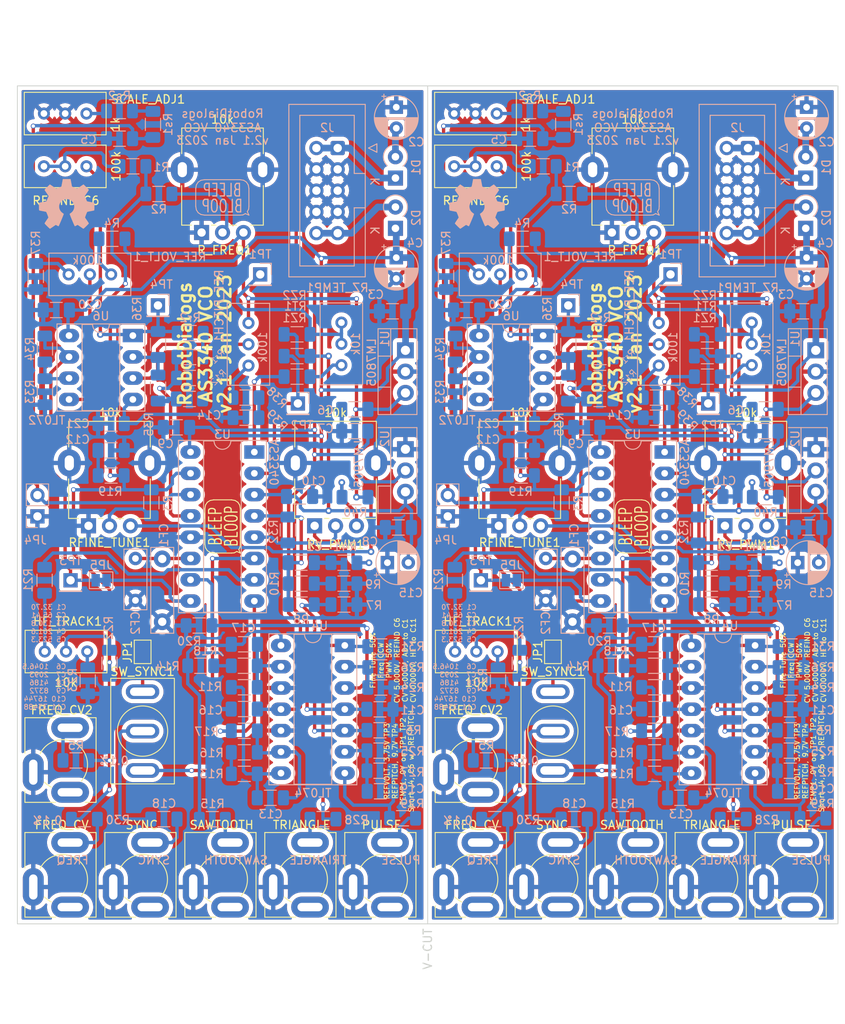
<source format=kicad_pcb>
(kicad_pcb (version 20211014) (generator pcbnew)
  (title_block (title "3340_VCO") (date "2023-01-09") (rev "2.1") (company "RobotDialogs"))
  (layers (0 "F.Cu" signal) (31 "B.Cu" signal) (34 "B.Paste" user) (35 "F.Paste" user) (36 "B.SilkS" user "B.Silkscreen") (37 "F.SilkS" user "F.Silkscreen") (38 "B.Mask" user) (39 "F.Mask" user) (44 "Edge.Cuts" user))
  (net 0 "")
  (net 1 "+12V")
  (net 2 "GND")
  (net 3 "-12V")
  (net 4 "+5V")
  (net 5 "-5V")
  (net 6 "-12VA")
  (net 7 "Net-(R4-Pad1)")
  (net 8 "+12VA")
  (net 9 "Net-(C12-Pad2)")
  (net 10 "Net-(C14-Pad1)")
  (net 11 "/Inputs/Scale")
  (net 12 "Net-(C18-Pad2)")
  (net 13 "Net-(CF1-Pad1)")
  (net 15 "REF_PITCH1")
  (net 16 "Net-(J100-PadT)")
  (net 17 "/Inputs/Frequency Control")
  (net 18 "Net-(C18-Pad1)")
  (net 21 "/Inputs/Linear FM")
  (net 22 "Net-(J102-PadT)")
  (net 23 "Net-(R10-Pad2)")
  (net 24 "/Outputs/Triangle Output")
  (net 26 "/Outputs/Sawtooth Output")
  (net 27 "Net-(J103-PadT)")
  (net 29 "Net-(J104-PadT)")
  (net 30 "Net-(REF_PITCH1-Pad2)")
  (net 31 "/Inputs/To Pulse")
  (net 32 "Net-(HF_TRACK1-Pad1)")
  (net 33 "Net-(HF_TRACK1-Pad2)")
  (net 34 "Net-(R1-Pad1)")
  (net 35 "Net-(R2-Pad2)")
  (net 36 "/Inputs/High Frequency Track")
  (net 37 "Net-(R3-Pad2)")
  (net 38 "Net-(R26-Pad2)")
  (net 39 "Net-(HF_TRACK1-Pad3)")
  (net 41 "REF_VOLT_1")
  (net 42 "/Inputs/Scale Adjust 2")
  (net 43 "/Inputs/PWM Control")
  (net 44 "Net-(J1-PadT)")
  (net 45 "Net-(Rs1-Pad2)")
  (net 46 "/Inputs/Scale Adjust 1")
  (net 47 "/Inputs/Soft Sync")
  (net 48 "/Inputs/Hard Sync")
  (net 49 "Net-(R6-Pad2)")
  (net 50 "Net-(R13-Pad1)")
  (net 51 "Net-(R14-Pad1)")
  (net 52 "Net-(RZ1-Pad2)")
  (net 53 "Net-(RZ2-Pad1)")
  (net 54 "Net-(R24-Pad2)")
  (net 55 "Net-(R28-Pad1)")
  (net 56 "Net-(R33-Pad2)")
  (net 57 "Net-(R35-Pad2)")
  (net 58 "Net-(R37-Pad2)")
  (net 59 "Net-(R38-Pad1)")
  (net 60 "Net-(R38-Pad2)")
  (net 61 "Net-(REF_VOLT_1-Pad2)")
  (net 62 "Net-(Rr1-Pad2)")
  (net 63 "Net-(Rs2-Pad2)")
  (net 64 "Net-(C13-Pad1)")
  (net 65 "Net-(C13-Pad2)")
  (net 66 "Net-(C17-Pad1)")
  (net 67 "Net-(C17-Pad2)")
  (net 68 "Net-(C19-Pad1)")
  (net 69 "Net-(C19-Pad2)")
  (net 70 "Net-(R40-Pad1)")
  (net 71 "Net-(R41-Pad2)")
  (net 72 "Net-(SW_SYNC1-Pad1)")
  (footprint "My Stuff:Jack_3.5mm_MJ-355W_Vertical" (layer "F.Cu") (at 213.5 144.7)
    (fp_text reference "J102")
    (fp_text value "SAWTOOTH")
  )
  (footprint "Potentiometer_THT:Potentiometer_Bourns_3296W_Vertical" (layer "F.Cu") (at 197.25 53.3)
    (fp_text reference "SCALE_ADJ1")
    (fp_text value "1k")
  )
  (footprint "My Stuff:Logo2" (layer "F.Cu") (at 213.5 63.3)
    (fp_text reference "LOGO101" hide)
    (fp_text value "logo1" hide)
  )
  (footprint "My Stuff:Jack_3.5mm_MJ-355W_Vertical" (layer "F.Cu") (at 203.95 144.7)
    (fp_text reference "J101")
    (fp_text value "SYNC")
  )
  (footprint "My Stuff:Jack_3.5mm_MJ-355W_Vertical" (layer "F.Cu") (at 145.4 144.7)
    (fp_text reference "J100")
    (fp_text value "FREQ_CV")
  )
  (footprint "My Stuff:Jack_3.5mm_MJ-355W_Vertical" (layer "F.Cu") (at 223.05 144.7)
    (fp_text reference "J103")
    (fp_text value "TRIANGLE")
  )
  (footprint "My Stuff:Jack_3.5mm_MJ-355W_Vertical" (layer "F.Cu") (at 194.4 131)
    (fp_text reference "J1")
    (fp_text value "FREQ_CV2")
  )
  (footprint "Jumper:SolderJumper-2_P1.3mm_Open_Pad1.0x1.5mm" (layer "F.Cu") (at 203.96 117.54 90)
    (fp_text reference "JP1")
    (fp_text value "Jumper_2_Open")
  )
  (footprint "My Stuff:Potentiometer_Alpha_RD901F-40-00D_Single_Vertical_w_3d" (layer "F.Cu") (at 200 95 90)
    (fp_text reference "RFINE_TUNE1")
    (fp_text value "10k")
  )
  (footprint "My Stuff:Jack_3.5mm_MJ-355W_Vertical" (layer "F.Cu") (at 154.95 144.7)
    (fp_text reference "J101")
    (fp_text value "SYNC")
  )
  (footprint "My Stuff:Logo1" (layer "F.Cu") (at 164.5 102.6 90)
    (fp_text reference "LOGO1" hide)
    (fp_text value "logo1" hide)
  )
  (footprint "My Stuff:Potentiometer_Alpha_RD901F-40-00D_Single_Vertical_w_3d" (layer "F.Cu") (at 227 95 90)
    (fp_text reference "RV_PWM1")
    (fp_text value "10k")
  )
  (footprint "My Stuff:SPDT_Toggle" (layer "F.Cu") (at 203.95 127)
    (fp_text reference "SW_SYNC1")
    (fp_text value "SW_SPDT")
  )
  (footprint "My Stuff:SPDT_Toggle" (layer "F.Cu") (at 154.95 127)
    (fp_text reference "SW_SYNC1")
    (fp_text value "SW_SPDT")
  )
  (footprint "My Stuff:Logo1" (layer "F.Cu") (at 213.5 102.6 90)
    (fp_text reference "LOGO1" hide)
    (fp_text value "logo1" hide)
  )
  (footprint "My Stuff:Jack_3.5mm_MJ-355W_Vertical" (layer "F.Cu") (at 232.6 144.7)
    (fp_text reference "J104")
    (fp_text value "PULSE")
  )
  (footprint "Potentiometer_THT:Potentiometer_Bourns_3296W_Vertical" (layer "F.Cu") (at 197.35 117.5)
    (fp_text reference "HF_TRACK1")
    (fp_text value "10k")
  )
  (footprint "Potentiometer_THT:Potentiometer_Bourns_3296W_Vertical" (layer "F.Cu") (at 148.25 53.3)
    (fp_text reference "SCALE_ADJ1")
    (fp_text value "1k")
  )
  (footprint "My Stuff:Jack_3.5mm_MJ-355W_Vertical" (layer "F.Cu") (at 174.05 144.7)
    (fp_text reference "J103")
    (fp_text value "TRIANGLE")
  )
  (footprint "My Stuff:Potentiometer_Alpha_RD901F-40-00D_Single_Vertical_w_3d" (layer "F.Cu") (at 213.5 60 90)
    (fp_text reference "R_FREQ1")
    (fp_text value "10k")
  )
  (footprint "My Stuff:Potentiometer_Alpha_RD901F-40-00D_Single_Vertical_w_3d" (layer "F.Cu") (at 178 95 90)
    (fp_text reference "RV_PWM1")
    (fp_text value "10k")
  )
  (footprint "My Stuff:Jack_3.5mm_MJ-355W_Vertical" (layer "F.Cu") (at 183.6 144.7)
    (fp_text reference "J104")
    (fp_text value "PULSE")
  )
  (footprint "Potentiometer_THT:Potentiometer_Bourns_3296W_Vertical" (layer "F.Cu") (at 197.25 59.6)
    (fp_text reference "REFIND_C6")
    (fp_text value "100k")
  )
  (footprint "Potentiometer_THT:Potentiometer_Bourns_3296W_Vertical" (layer "F.Cu") (at 148.25 59.6)
    (fp_text reference "REFIND_C6")
    (fp_text value "100k")
  )
  (footprint "My Stuff:Jack_3.5mm_MJ-355W_Vertical" (layer "F.Cu") (at 164.5 144.7)
    (fp_text reference "J102")
    (fp_text value "SAWTOOTH")
  )
  (footprint "Jumper:SolderJumper-2_P1.3mm_Open_Pad1.0x1.5mm" (layer "F.Cu") (at 154.96 117.54 90)
    (fp_text reference "JP1")
    (fp_text value "Jumper_2_Open")
  )
  (footprint "My Stuff:Jack_3.5mm_MJ-355W_Vertical" (layer "F.Cu") (at 145.4 131)
    (fp_text reference "J1")
    (fp_text value "FREQ_CV2")
  )
  (footprint "My Stuff:Potentiometer_Alpha_RD901F-40-00D_Single_Vertical_w_3d" (layer "F.Cu") (at 151 95 90)
    (fp_text reference "RFINE_TUNE1")
    (fp_text value "10k")
  )
  (footprint "My Stuff:Potentiometer_Alpha_RD901F-40-00D_Single_Vertical_w_3d" (layer "F.Cu") (at 164.5 60 90)
    (fp_text reference "R_FREQ1")
    (fp_text value "10k")
  )
  (footprint "My Stuff:Jack_3.5mm_MJ-355W_Vertical" (layer "F.Cu") (at 194.4 144.7)
    (fp_text reference "J100")
    (fp_text value "FREQ_CV")
  )
  (footprint "Potentiometer_THT:Potentiometer_Bourns_3296W_Vertical" (layer "F.Cu") (at 148.35 117.5)
    (fp_text reference "HF_TRACK1")
    (fp_text value "10k")
  )
  (footprint "My Stuff:Logo2" (layer "F.Cu") (at 164.5 63.3)
    (fp_text reference "LOGO101" hide)
    (fp_text value "logo1" hide)
  )
  (footprint "Capacitor_SMD:C_1206_3216Metric_Pad1.33x1.80mm_HandSolder" (layer "B.Cu") (at 193.6525 76.75 180)
    (fp_text reference "C20")
    (fp_text value "10nF")
  )
  (footprint "Resistor_SMD:R_1206_3216Metric_Pad1.30x1.75mm_HandSolder" (layer "B.Cu") (at 232.3 129.33)
    (fp_text reference "R25")
    (fp_text value "100k")
  )
  (footprint "Capacitor_SMD:C_1206_3216Metric_Pad1.33x1.80mm_HandSolder" (layer "B.Cu") (at 183.3 124.4)
    (fp_text reference "C11")
    (fp_text value "10nF")
  )
  (footprint "Capacitor_THT:CP_Radial_D5.0mm_P2.50mm" (layer "B.Cu") (at 234.25 52.544888 -90)
    (fp_text reference "C2")
    (fp_text value "100uF")
  )
  (footprint "Symbol:OSHW-Symbol_6.7x6mm_SilkScreen" (layer "B.Cu") (at 194.9 64.1 180)
    (fp_text reference "LOGO2" hide)
    (fp_text value "Logo_Open_Hardware_Small" hide)
  )
  (footprint "Resistor_SMD:R_1206_3216Metric_Pad1.30x1.75mm_HandSolder" (layer "B.Cu") (at 235 137.4)
    (fp_text reference "R29")
    (fp_text value "1k")
  )
  (footprint "Capacitor_SMD:C_1206_3216Metric_Pad1.33x1.80mm_HandSolder" (layer "B.Cu") (at 222.7 99)
    (fp_text reference "C10")
    (fp_text value "10nF")
  )
  (footprint "Capacitor_SMD:C_1206_3216Metric_Pad1.33x1.80mm_HandSolder" (layer "B.Cu") (at 232.3 124.4)
    (fp_text reference "C11")
    (fp_text value "10nF")
  )
  (footprint "Resistor_SMD:R_1206_3216Metric_Pad1.30x1.75mm_HandSolder" (layer "B.Cu") (at 216.1 126.964)
    (fp_text reference "R17")
    (fp_text value "100k")
  )
  (footprint "Resistor_SMD:R_1206_3216Metric_Pad1.30x1.75mm_HandSolder" (layer "B.Cu") (at 143.29 81.4 90)
    (fp_text reference "R34")
    (fp_text value "100k")
  )
  (footprint "Capacitor_SMD:C_1206_3216Metric_Pad1.33x1.80mm_HandSolder" (layer "B.Cu") (at 200.2 90.3)
    (fp_text reference "C21")
    (fp_text value "10nF")
  )
  (footprint "Capacitor_SMD:C_1206_3216Metric_Pad1.33x1.80mm_HandSolder" (layer "B.Cu") (at 216.1 124.366)
    (fp_text reference "C16")
    (fp_text value "10nF")
  )
  (footprint "Resistor_SMD:R_1206_3216Metric_Pad1.30x1.75mm_HandSolder" (layer "B.Cu") (at 183.4 116.9 180)
    (fp_text reference "R31")
    (fp_text value "100k")
  )
  (footprint "Diode_THT:D_A-405_P2.54mm_Vertical_KathodeUp" (layer "B.Cu") (at 234.15 67 90)
    (fp_text reference "D2")
    (fp_text value "D")
  )
  (footprint "Resistor_SMD:R_1206_3216Metric_Pad1.30x1.75mm_HandSolder" (layer "B.Cu") (at 228 109.4)
    (fp_text reference "R9")
    (fp_text value "0")
  )
  (footprint "Package_TO_SOT_THT:TO-220-3_Vertical" (layer "B.Cu") (at 186.345 93.36 -90)
    (fp_text reference "U2")
    (fp_text value "L7905")
  )
  (footprint "Resistor_SMD:R_1206_3216Metric_Pad1.30x1.75mm_HandSolder" (layer "B.Cu") (at 179 109.4)
    (fp_text reference "R9")
    (fp_text value "0")
  )
  (footprint "Connector_PinHeader_2.54mm:PinHeader_1x01_P2.54mm_Vertical" (layer "B.Cu") (at 169 72.5 180)
    (fp_text reference "TP1")
    (fp_text value "TestPoint")
  )
  (footprint "Resistor_SMD:R_1206_3216Metric_Pad1.30x1.75mm_HandSolder" (layer "B.Cu") (at 179 111.9 180)
    (fp_text reference "R7")
    (fp_text value "100k")
  )
  (footprint "Capacitor_SMD:C_1206_3216Metric_Pad1.33x1.80mm_HandSolder" (layer "B.Cu") (at 229.3 91.2 180)
    (fp_text reference "C7")
    (fp_text value "330nF")
  )
  (footprint "Resistor_SMD:R_1206_3216Metric_Pad1.30x1.75mm_HandSolder" (layer "B.Cu") (at 173.4 82.25)
    (fp_text reference "RT1")
    (fp_text value "5.6k")
  )
  (footprint "Capacitor_THT:C_Rect_L10.0mm_W2.5mm_P7.50mm_MKS4" (layer "B.Cu") (at 157.3 106.450001 -90)
    (fp_text reference "CF1")
    (fp_text value "1nF")
  )
  (footprint "Capacitor_THT:CP_Radial_D5.0mm_P2.50mm" (layer "B.Cu") (at 233.189773 106.9)
    (fp_text reference "C15")
    (fp_text value "10uF")
  )
  (footprint "Capacitor_SMD:C_1206_3216Metric_Pad1.33x1.80mm_HandSolder" (layer "B.Cu") (at 209.55 87.36 180)
    (fp_text reference "C14")
    (fp_text value "10nF")
  )
  (footprint "Capacitor_SMD:C_1206_3216Metric_Pad1.33x1.80mm_HandSolder" (layer "B.Cu") (at 151.2 90.3)
    (fp_text reference "C21")
    (fp_text value "10nF")
  )
  (footprint "Capacitor_SMD:C_1206_3216Metric_Pad1.33x1.80mm_HandSolder" (layer "B.Cu") (at 234.5 102.7 180)
    (fp_text reference "C8")
    (fp_text value "100nF")
  )
  (footprint "Resistor_SMD:R_1206_3216Metric_Pad1.30x1.75mm_HandSolder" (layer "B.Cu") (at 156.8 80.86 90)
    (fp_text reference "R36")
    (fp_text value "100k")
  )
  (footprint "Resistor_SMD:R_1206_3216Metric_Pad1.30x1.75mm_HandSolder" (layer "B.Cu") (at 183.3 131.73 180)
    (fp_text reference "R27")
    (fp_text value "100k")
  )
  (footprint "Capacitor_THT:C_Rect_L10.0mm_W2.5mm_P7.50mm_MKS4" (layer "B.Cu") (at 206.3 106.450001 -90)
    (fp_text reference "CF1")
    (fp_text value "1nF")
  )
  (footprint "Resistor_SMD:R_1206_3216Metric_Pad1.30x1.75mm_HandSolder" (layer "B.Cu") (at 173.9 109.4)
    (fp_text reference "R10")
    (fp_text value "47k")
  )
  (footprint "Resistor_SMD:R_1206_3216Metric_Pad1.30x1.75mm_HandSolder" (layer "B.Cu") (at 183.4 119.4)
    (fp_text reference "R26")
    (fp_text value "100k")
  )
  (footprint "Connector_PinHeader_2.54mm:PinHeader_1x01_P2.54mm_Vertical" (layer "B.Cu") (at 222.5 87.9 180)
    (fp_text reference "TP2")
    (fp_text value "TestPoint")
  )
  (footprint "Resistor_SMD:R_1206_3216Metric_Pad1.30x1.75mm_HandSolder" (layer "B.Cu") (at 192.29 81.4 90)
    (fp_text reference "R34")
    (fp_text value "100k")
  )
  (footprint "Capacitor_SMD:C_1206_3216Metric_Pad1.33x1.80mm_HandSolder" (layer "B.Cu") (at 185.5 102.7 180)
    (fp_text reference "C8")
    (fp_text value "100nF")
  )
  (footprint "Resistor_SMD:R_1206_3216Metric_Pad1.30x1.75mm_HandSolder" (layer "B.Cu") (at 143.25 109 -90)
    (fp_text reference "R21")
    (fp_text value "10k")
  )
  (footprint "Resistor_SMD:R_1206_3216Metric_Pad1.30x1.75mm_HandSolder" (layer "B.Cu") (at 172.3 103 90)
    (fp_text reference "R32")
    (fp_text value "2M")
  )
  (footprint "Resistor_SMD:R_1206_3216Metric_Pad1.30x1.75mm_HandSolder" (layer "B.Cu") (at 160.64 79.5 180)
    (fp_text reference "Rr2")
    (fp_text value "1M")
  )
  (footprint "Capacitor_SMD:C_1206_3216Metric_Pad1.33x1.80mm_HandSolder" (layer "B.Cu") (at 229.3 88.6 180)
    (fp_text reference "C6")
    (fp_text value "100nF")
  )
  (footprint "Resistor_SMD:R_1206_3216Metric_Pad1.30x1.75mm_HandSolder" (layer "B.Cu") (at 205 99.75 -90)
    (fp_text reference "R3")
    (fp_text value "1.5M")
  )
  (footprint "Resistor_SMD:R_1206_3216Metric_Pad1.30x1.75mm_HandSolder" (layer "B.Cu") (at 222.4 82.25)
    (fp_text reference "RT1")
    (fp_text value "5.6k")
  )
  (footprint "Connector_PinHeader_2.54mm:PinHeader_1x01_P2.54mm_Vertical" (layer "B.Cu") (at 205.79 76.2 180)
    (fp_text reference "TP4")
    (fp_text value "REF_PITCH_1")
  )
  (footprint "Capacitor_THT:C_Rect_L7.0mm_W2.5mm_P5.00mm" (layer "B.Cu") (at 154.1 106.4 -90)
    (fp_text reference "CF2")
    (fp_text value "1nF")
  )
  (footprint "Resistor_SMD:R_1206_3216Metric_Pad1.30x1.75mm_HandSolder" (layer "B.Cu") (at 216.1 121.768)
    (fp_text reference "R11")
    (fp_text value "100k")
  )
  (footprint "Capacitor_SMD:C_1206_3216Metric_Pad1.33x1.80mm_HandSolder" (layer "B.Cu") (at 219.21 134.96 180)
    (fp_text reference "C13")
    (fp_text value "10pF")
  )
  (footprint "Resistor_SMD:R_1206_3216Metric_Pad1.30x1.75mm_HandSolder" (layer "B.Cu") (at 205.8 80.86 90)
    (fp_text reference "R36")
    (fp_text value "100k")
  )
  (footprint "Potentiometer_THT:Potentiometer_Bourns_3296W_Vertical" (layer "B.Cu") (at 151.2 72.5)
    (fp_text reference "REF_VOLT_1")
    (fp_text value "100k")
  )
  (footprint "Package_DIP:DIP-8_W7.62mm_Socket_LongPads" (layer "B.Cu") (at 202.79 79.8 180)
    (fp_text reference "U6")
    (fp_text value "TL072")
  )
  (footprint "Diode_THT:D_A-405_P2.54mm_Vertical_KathodeUp" (layer "B.Cu") (at 185.15 67 90)
    (fp_text reference "D2")
    (fp_text value "D")
  )
  (footprint "Resistor_SMD:R_1206_3216Metric_Pad1.30x1.75mm_HandSolder" (layer "B.Cu") (at 225.5 137.5 180)
    (fp_text reference "R28")
    (fp_text value "1k")
  )
  (footprint "Capacitor_THT:C_Rect_L7.0mm_W2.5mm_P5.00mm" (layer "B.Cu") (at 203.1 106.4 -90)
    (fp_text reference "CF2")
    (fp_text value "1nF")
  )
  (footprint "Resistor_SMD:R_1206_3216Metric_Pad1.30x1.75mm_HandSolder" (layer "B.Cu") (at 151.2 96.5 180)
    (fp_text reference "R19")
    (fp_text value "470")
  )
  (footprint "Resistor_SMD:R_1206_3216Metric_Pad1.30x1.75mm_HandSolder" (layer "B.Cu") (at 151.3 68.25)
    (fp_text reference "R4")
    (fp_text value "100k")
  )
  (footprint "Resistor_SMD:R_1206_3216Metric_Pad1.30x1.75mm_HandSolder" (layer "B.Cu") (at 167.1 129.532 180)
    (fp_text reference "R16")
    (fp_text value "100k")
  )
  (footprint "Resistor_SMD:R_1206_3216Metric_Pad1.30x1.75mm_HandSolder" (layer "B.Cu") (at 143.29 86.5 90)
    (fp_text reference "R33")
    (fp_text value "100k")
  )
  (footprint "Resistor_SMD:R_1206_3216Metric_Pad1.30x1.75mm_HandSolder" (layer "B.Cu") (at 200.3 68.25)
    (fp_text reference "R4")
    (fp_text value "100k")
  )
  (footprint "Resistor_SMD:R_1206_3216Metric_Pad1.30x1.75mm_HandSolder" (layer "B.Cu") (at 216.3 89.6)
    (fp_text reference "R39")
    (fp_text value "100k")
  )
  (footprint "Potentiometer_THT:Potentiometer_Bourns_3296W_Vertical" (layer "B.Cu") (at 216.6 78.3 90)
    (fp_text reference "REF_PITCH1")
    (fp_text value "100k")
  )
  (footprint "Resistor_SMD:R_1206_3216Metric_Pad1.30x1.75mm_HandSolder" (layer "B.Cu") (at 160.55 84.86 180)
    (fp_text reference "R12")
    (fp_text value "470")
  )
  (footprint "Resistor_SMD:R_1206_3216Metric_Pad1.30x1.75mm_HandSolder" (layer "B.Cu") (at 205.19375 54.6 90)
    (fp_text reference "Rs1")
    (fp_text value "1k")
  )
  (footprint "Capacitor_SMD:C_1206_3216Metric_Pad1.33x1.80mm_HandSolder" (layer "B.Cu") (at 170.21 134.96 180)
    (fp_text reference "C13")
    (fp_text value "10pF")
  )
  (footprint "Resistor_SMD:R_1206_3216Metric_Pad1.30x1.75mm_HandSolder" (layer "B.Cu") (at 161.9 119.2 180)
    (fp_text reference "R14")
    (fp_text value "15k")
  )
  (footprint "Capacitor_SMD:C_1206_3216Metric_Pad1.33x1.80mm_HandSolder" (layer "B.Cu") (at 151.199999 93.500003 180)
    (fp_text reference "C12")
    (fp_text value "10nF")
  )
  (footprint "Resistor_SMD:R_1206_3216Metric_Pad1.30x1.75mm_HandSolder" (layer "B.Cu") (at 191.2 72.75 90)
    (fp_text reference "R37")
    (fp_text value "51k")
  )
  (footprint "Resistor_SMD:R_1206_3216Metric_Pad1.30x1.75mm_HandSolder" (layer "B.Cu") (at 167.3 89.6)
    (fp_text reference "R39")
    (fp_text value "100k")
  )
  (footprint "Capacitor_SMD:C_1206_3216Metric_Pad1.33x1.80mm_HandSolder" (layer "B.Cu") (at 159 90.75 180)
    (fp_text reference "C9")
    (fp_text value "10nF")
  )
  (footprint "Resistor_SMD:R_1206_3216Metric_Pad1.30x1.75mm_HandSolder" (layer "B.Cu") (at 156.19375 54.6 90)
    (fp_text reference "Rs1")
    (fp_text value "1k")
  )
  (footprint "Resistor_SMD:R_1206_3216Metric_Pad1.30x1.75mm_HandSolder" (layer "B.Cu") (at 222.4 79.65 180)
    (fp_text reference "RZ2")
    (fp_text value "5.6k")
  )
  (footprint "Resistor_SMD:R_1206_3216Metric_Pad1.30x1.75mm_HandSolder" (layer "B.Cu") (at 153.8 59.6)
    (fp_text reference "R1")
    (fp_text value "150k")
  )
  (footprint "Jumper:SolderJumper-2_P1.3mm_Bridged_Pad1.0x1.5mm" (layer "B.Cu") (at 199 109 180)
    (fp_text reference "JP5")
    (fp_text value "Jumper_2_Bridged")
  )
  (footprint "Resistor_SMD:R_1206_3216Metric_Pad1.30x1.75mm_HandSolder" (layer "B.Cu") (at 183.3 126.9 180)
    (fp_text reference "R6")
    (fp_text value "DNU")
  )
  (footprint "Capacitor_SMD:C_1206_3216Metric_Pad1.33x1.80mm_HandSolder" (layer "B.Cu") (at 233.8 76.9 180)
    (fp_text reference "C3")
    (fp_text value "220nF")
  )
  (footprint "Connector_IDC:IDC-Header_2x05_P2.54mm_Vertical" (layer "B.Cu") (at 178.2525 57.42 180)
    (fp_text reference "J2")
    (fp_text value "Conn_02x05_Odd_Even")
  )
  (footprint "Resistor_SMD:R_1206_3216Metric_Pad1.30x1.75mm_HandSolder" (layer "B.Cu") (at 152.19375 53 180)
    (fp_text reference "Rs2")
    (fp_text value "620")
  )
  (footprint "Resistor_SMD:R_1206_3216Metric_Pad1.30x1.75mm_HandSolder" (layer "B.Cu") (at 180.32 99.08)
    (fp_text reference "R40")
    (fp_text value "2.5k")
  )
  (footprint "Resistor_SMD:R_1206_3216Metric_Pad1.30x1.75mm_HandSolder" (layer "B.Cu") (at 209.64 79.5 180)
    (fp_text reference "Rr2")
    (fp_text value "1M")
  )
  (footprint "Resistor_SMD:R_1206_3216Metric_Pad1.30x1.75mm_HandSolder" (layer "B.Cu") (at 216.3 87.2 180)
    (fp_text reference "R38")
    (fp_text value "100k")
  )
  (footprint "Resistor_SMD:R_1206_3216Metric_Pad1.30x1.75mm_HandSolder" (layer "B.Cu") (at 183.4 121.8 180)
    (fp_text reference "R24")
    (fp_text value "120k")
  )
  (footprint "Resistor_SMD:R_1206_3216Metric_Pad1.30x1.75mm_HandSolder" (layer "B.Cu") (at 232.3 126.9 180)
    (fp_text reference "R6")
    (fp_text value "DNU")
  )
  (footprint "Package_DIP:DIP-16_W7.62mm_Socket_LongPads" (layer "B.Cu") (at 168.3 93.7 180)
    (fp_text reference "U3")
    (fp_text value "AS3340")
  )
  (footprint "Capacitor_SMD:C_1206_3216Metric_Pad1.33x1.80mm_HandSolder" (layer "B.Cu") (at 222.9 106.9)
    (fp_text reference "C1")
    (fp_text value "100pF")
  )
  (footprint "Resistor_SMD:R_1206_3216Metric_Pad1.30x1.75mm_HandSolder" (layer "B.Cu") (at 221.3 103 90)
    (fp_text reference "R32")
    (fp_text value "2M")
  )
  (footprint "Capacitor_SMD:C_1206_3216Metric_Pad1.33x1.80mm_HandSolder" (layer "B.Cu") (at 160.55 87.36 180)
    (fp_text reference "C14")
    (fp_text value "10nF")
  )
  (footprint "Capacitor_SMD:C_1206_3216Metric_Pad1.33x1.80mm_HandSolder" (layer "B.Cu") (at 173.7 99)
    (fp_text reference "C10")
    (fp_text value "10nF")
  )
  (footprint "Diode_THT:D_A-405_P2.54mm_Vertical_KathodeUp" (layer "B.Cu") (at 185.15 61 90)
    (fp_text reference "D1")
    (fp_text value "D")
  )
  (footprint "Resistor_SMD:R_1206_3216Metric_Pad1.30x1.75mm_HandSolder" (layer "B.Cu") (at 196 130.5 180)
    (fp_text reference "R5")
    (fp_text value "100k,0.05%")
  )
  (footprint "Resistor_SMD:R_1206_3216Metric_Pad1.30x1.75mm_HandSolder" (layer "B.Cu") (at 222.4 84.7)
    (fp_text reference "RZ1")
    (fp_text value "18k")
  )
  (footprint "Connector_PinHeader_2.54mm:PinHeader_1x01_P2.54mm_Vertical" (layer "B.Cu") (at 195.35 109 180)
    (fp_text reference "TP3")
    (fp_text value "REF_VOLT_1")
  )
  (footprint "Resistor_SMD:R_1206_3216Metric_Pad1.30x1.75mm_HandSolder" (layer "B.Cu") (at 222.9 111.9 180)
    (fp_text reference "R8")
    (fp_text value "110k")
  )
  (footprint "Resistor_SMD:R_1206_3216Metric_Pad1.30x1.75mm_HandSolder" (layer "B.Cu") (at 232.4 116.9 180)
    (fp_text reference "R31")
    (fp_text value "100k")
  )
  (footprint "Package_TO_SOT_THT:TO-220-3_Vertical" (layer "B.Cu") (at 186.345 81.56 -90)
    (fp_text reference "U1")
    (fp_text value "LM7805_TO220")
  )
  (footprint "Resistor_SMD:R_1206_3216Metric_Pad1.30x1.75mm_HandSolder" (layer "B.Cu") (at 167.1 132.1)
    (fp_text reference "R13")
    (fp_text value "15k")
  )
  (footprint "Capacitor_SMD:C_1206_3216Metric_Pad1.33x1.80mm_HandSolder" (layer "B.Cu") (at 167.1 124.366)
    (fp_text reference "C16")
    (fp_text value "10nF")
  )
  (footprint "Resistor_SMD:R_1206_3216Metric_Pad1.30x1.75mm_HandSolder" (layer "B.Cu") (at 216.1 119.2 180)
    (fp_text reference "R18")
    (fp_text value "100k")
  )
  (footprint "Resistor_SMD:R_1206_3216Metric_Pad1.30x1.75mm_HandSolder" (layer "B.Cu") (at 200.2 96.5 180)
    (fp_text reference "R19")
    (fp_text value "470")
  )
  (footprint "Resistor_SMD:R_1206_3216Metric_Pad1.30x1.75mm_HandSolder" (layer "B.Cu") (at 209.55 84.86 180)
    (fp_text reference "R12")
    (fp_text value "470")
  )
  (footprint "Capacitor_SMD:C_1206_3216Metric_Pad1.33x1.80mm_HandSolder" (layer "B.Cu") (at 216.11 116.64 180)
    (fp_text reference "C17")
    (fp_text value "10pF")
  )
  (footprint "Connector_PinHeader_2.54mm:PinHeader_1x02_P2.54mm_Vertical" (layer "B.Cu") (at 142.4 101.375)
    (fp_text reference "JP4")
    (fp_text value "Jumper_2_Open")
  )
  (footprint "Package_TO_SOT_THT:TO-220-3_Vertical" (layer "B.Cu") (at 235.345 93.36 -90)
    (fp_text reference "U2")
    (fp_text value "L7905")
  )
  (footprint "Resistor_SMD:R_1206_3216Metric_Pad1.30x1.75mm_HandSolder" (layer "B.Cu") (at 179 106.91)
    (fp_text reference "R41")
    (fp_text value "0")
  )
  (footprint "Connector_PinHeader_2.54mm:PinHeader_1x01_P2.54mm_Vertical" (layer "B.Cu") (at 146.35 109 180)
    (fp_text reference "TP3")
    (fp_text value "REF_VOLT_1")
  )
  (footprint "Resistor_SMD:R_1206_3216Metric_Pad1.30x1.75mm_HandSolder" (layer "B.Cu") (at 228 111.9 180)
    (fp_text reference "R7")
    (fp_text value "100k")
  )
  (footprint "Capacitor_SMD:C_1206_3216Metric_Pad1.33x1.80mm_HandSolder" (layer "B.Cu") (at 180.3 88.6 180)
    (fp_text reference "C6")
    (fp_text value "100nF")
  )
  (footprint "Resistor_SMD:R_1206_3216Metric_Pad1.30x1.75mm_HandSolder" (layer "B.Cu") (at 202.8 59.6)
    (fp_text reference "R1")
    (fp_text value "150k")
  )
  (footprint "Resistor_SMD:R_1206_3216Metric_Pad1.30x1.75mm_HandSolder" (layer "B.Cu") (at 148 137.5)
    (fp_text reference "R30")
    (fp_text value "100k,0.05%")
  )
  (footprint "Resistor_SMD:R_1206_3216Metric_Pad1.30x1.75mm_HandSolder" (layer "B.Cu") (at 147 130.5 180)
    (fp_text reference "R5")
    (fp_text value "100k,0.05%")
  )
  (footprint "Resistor_SMD:R_1206_3216Metric_Pad1.30x1.75mm_HandSolder" (layer "B.Cu") (at 232.4 119.4)
    (fp_text reference "R26")
    (fp_text value "100k")
  )
  (footprint "Resistor_SMD:R_1206_3216Metric_Pad1.30x1.75mm_HandSolder" (layer "B.Cu") (at 156 99.75 -90)
    (fp_text reference "R3")
    (fp_text value "1.5M")
  )
  (footprint "Resistor_SMD:R_1206_3216Metric_Pad1.30x1.75mm_HandSolder" (layer "B.Cu") (at 163.28 137.51)
    (fp_text reference "R15")
    (fp_text value "1k")
  )
  (footprint "Resistor_SMD:R_1206_3216Metric_Pad1.30x1.75mm_HandSolder" (layer "B.Cu") (at 167.1 121.768)
    (fp_text reference "R11")
    (fp_text value "100k")
  )
  (footprint "Resistor_SMD:R_1206_3216Metric_Pad1.30x1.75mm_HandSolder" (layer "B.Cu") (at 210.7 114.4)
    (fp_text reference "R20")
    (fp_text value "100k")
  )
  (footprint "Capacitor_SMD:C_1206_3216Metric_Pad1.33x1.80mm_HandSolder" (layer "B.Cu") (at 232.34 134.18)
    (fp_text reference "C19")
    (fp_text value "10pF")
  )
  (footprint "Resistor_SMD:R_1206_3216Metric_Pad1.30x1.75mm_HandSolder" (layer "B.Cu") (at 197.4 121 -90)
    (fp_text reference "R23")
    (fp_text value "0")
  )
  (footprint "Resistor_SMD:R_1206_3216Metric_Pad1.30x1.75mm_HandSolder" (layer "B.Cu") (at 151 118.9 90)
    (fp_text reference "R22")
    (fp_text value "1M")
  )
  (footprint "Resistor_SMD:R_1206_3216Metric_Pad1.30x1.75mm_HandSolder" (layer "B.Cu") (at 173.9 111.9 180)
    (fp_text reference "R8")
    (fp_text value "110k")
  )
  (footprint "Capacitor_SMD:C_1206_3216Metric_Pad1.33x1.80mm_HandSolder" (layer "B.Cu") (at 152.19375 56.3)
    (fp_text reference "C5")
    (fp_text value "560pF")
  )
  (footprint "Resistor_SMD:R_1206_3216Metric_Pad1.30x1.75mm_HandSolder" (layer "B.Cu") (at 173.4 84.7)
    (fp_text reference "RZ1")
    (fp_text value "18k")
  )
  (footprint "Capacitor_SMD:C_1206_3216Metric_Pad1.33x1.80mm_HandSolder" (layer "B.Cu") (at 173.9 106.9)
    (fp_text reference "C1")
    (fp_text value "100pF")
  )
  (footprint "Resistor_SMD:R_1206_3216Metric_Pad1.30x1.75mm_HandSolder" (layer "B.Cu") (at 216.1 129.532 180)
    (fp_text reference "R16")
    (fp_text value "100k")
  )
  (footprint "Capacitor_THT:CP_Radial_D5.0mm_P2.50mm" (layer "B.Cu") (at 185.25 70.5 -90)
    (fp_text reference "C4")
    (fp_text value "100uF")
  )
  (footprint "Diode_THT:D_A-405_P2.54mm_Vertical_KathodeUp" (layer "B.Cu") (at 234.15 61 90)
    (fp_text reference "D1")
    (fp_text value "D")
  )
  (footprint "Resistor_SMD:R_1206_3216Metric_Pad1.30x1.75mm_HandSolder" (layer "B.Cu") (at 200 118.9 90)
    (fp_text reference "R22")
    (fp_text value "1M")
  )
  (footprint "Resistor_SMD:R_1206_3216Metric_Pad1.30x1.75mm_HandSolder" (layer "B.Cu") (at 156.9 62.9)
    (fp_text reference "R2")
    (fp_text value "47k")
  )
  (footprint "Resistor_SMD:R_1206_3216Metric_Pad1.30x1.75mm_HandSolder" (layer "B.Cu") (at 232.4 121.8 180)
    (fp_text reference "R24")
    (fp_text value "120k")
  )
  (footprint "Resistor_SMD:R_1206_3216Metric_Pad1.30x1.75mm_HandSolder" (layer "B.Cu") (at 205.8 86.06 90)
    (fp_text reference "R35")
    (fp_text value "100k")
  )
  (footprint "Resistor_SMD:R_1206_3216Metric_Pad1.30x1.75mm_HandSolder" (layer "B.Cu") (at 192.29 86.5 90)
    (fp_text reference "R33")
    (fp_text value "100k")
  )
  (footprint "Capacitor_SMD:C_1206_3216Metric_Pad1.33x1.80mm_HandSolder" (layer "B.Cu") (at 200.199999 93.500003 180)
    (fp_text reference "C12")
    (fp_text value "10nF")
  )
  (footprint "Connector_PinHeader_2.54mm:PinHeader_1x02_P2.54mm_Vertical" (layer "B.Cu") (at 191.4 101.375)
    (fp_text reference "JP4")
    (fp_text value "Jumper_2_Open")
  )
  (footprint "Resistor_SMD:R_1206_3216Metric_Pad1.30x1.75mm_HandSolder" (layer "B.Cu") (at 186 137.4)
    (fp_text reference "R29")
    (fp_text value "1k")
  )
  (footprint "Resistor_SMD:R_1206_3216Metric_Pad1.30x1.75mm_HandSolder" (layer "B.Cu") (at 212.28 137.51)
    (fp_text reference "R15")
    (fp_text value "1k")
  )
  (footprint "Connector_PinHeader_2.54mm:PinHeader_1x01_P2.54mm_Vertical" (layer "B.Cu") (at 173.5 87.9 180)
    (fp_text reference "TP2")
    (fp_text value "TestPoint")
  )
  (footprint "Resistor_SMD:R_1206_3216Metric_Pad1.30x1.75mm_HandSolder" (layer "B.Cu") (at 228 106.91)
    (fp_text reference "R41")
    (fp_text value "0")
  )
  (footprint "Capacitor_SMD:C_1206_3216Metric_Pad1.33x1.80mm_HandSolder" (layer "B.Cu") (at 208 90.75 180)
    (fp_text reference "C9")
    (fp_text value "10nF")
  )
  (footprint "Package_DIP:DIP-16_W7.62mm_Socket_LongPads" (layer "B.Cu") (at 217.3 93.7 180)
    (fp_text reference "U3")
    (fp_text value "AS3340")
  )
  (footprint "Connector_IDC:IDC-Header_2x05_P2.54mm_Vertical" (layer "B.Cu") (at 227.2525 57.42 180)
    (fp_text reference "J2")
    (fp_text value "Conn_02x05_Odd_Even")
  )
  (footprint "Potentiometer_THT:Potentiometer_Bourns_3296W_Vertical" (layer "B.Cu") (at 200.2 72.5)
    (fp_text reference "REF_VOLT_1")
    (fp_text value "100k")
  )
  (footprint "Potentiometer_THT:Potentiometer_Bourns_3296W_Vertical" (layer "B.Cu") (at 167.6 78.3 90)
    (fp_text reference "REF_PITCH1")
    (fp_text value "100k")
  )
  (footprint "Capacitor_THT:CP_Radial_D5.0mm_P2.50mm" (layer "B.Cu") (at 184.189773 106.9)
    (fp_text reference "C15")
    (fp_text value "10uF")
  )
  (footprint "Connector_PinHeader_2.54mm:PinHeader_1x01_P2.54mm_Vertical" (layer "B.Cu") (at 218 72.5 180)
    (fp_text reference "TP1")
    (fp_text value "TestPoint")
  )
  (footprint "Resistor_SMD:R_1206_3216Metric_Pad1.30x1.75mm_HandSolder" (layer "B.Cu") (at 229.32 99.08)
    (fp_text reference "R40")
    (fp_text value "2.5k")
  )
  (footprint "Resistor_SMD:R_1206_3216Metric_Pad1.30x1.75mm_HandSolder" (layer "B.Cu") (at 173.4 79.65 180)
    (fp_text reference "RZ2")
    (fp_text value "5.6k")
  )
  (footprint "Capacitor_SMD:C_1206_3216Metric_Pad1.33x1.80mm_HandSolder" (layer "B.Cu") (at 157.5 137.5 180)
    (fp_text reference "C18")
    (fp_text value "10nF")
  )
  (footprint "Resistor_SMD:R_1206_3216Metric_Pad1.30x1.75mm_HandSolder" (layer "B.Cu") (at 210.9 119.2 180)
    (fp_text reference "R14")
    (fp_text value "15k")
  )
  (footprint "Package_DIP:DIP-14_W7.62mm_Socket_LongPads" (layer "B.Cu") (at 228.1 116.775 180)
    (fp_text reference "U4")
    (fp_text value "TL074")
  )
  (footprint "Capacitor_SMD:C_1206_3216Metric_Pad1.33x1.80mm_HandSolder" (layer "B.Cu") (at 183.34 134.18)
    (fp_text reference "C19")
    (fp_text value "10pF")
  )
  (footprint "Resistor_SMD:R_1206_3216Metric_Pad1.30x1.75mm_HandSolder" (layer "B.Cu") (at 148.4 121 -90)
    (fp_text reference "R23")
    (fp_text value "0")
  )
  (footprint "Connector_PinHeader_2.54mm:PinHeader_1x01_P2.54mm_Vertical" (layer "B.Cu") (at 156.79 76.2 180)
    (fp_text reference "TP4")
    (fp_text value "REF_PITCH_1")
  )
  (footprint "Resistor_SMD:R_1206_3216Metric_Pad1.30x1.75mm_HandSolder" (layer "B.Cu") (at 197 137.5)
    (fp_text reference "R30")
    (fp_text value "100k,0.05%")
  )
  (footprint "Resistor_SMD:R_1206_3216Metric_Pad1.30x1.75mm_HandSolder" (layer "B.Cu") (at 183.3 129.33)
    (fp_text reference "R25")
    (fp_text value "100k")
  )
  (footprint "Package_TO_SOT_THT:TO-220-3_Vertical" (layer "B.Cu") (at 235.345 81.56 -90)
    (fp_text reference "U1")
    (fp_text value "LM7805_TO220")
  )
  (footprint "Resistor_SMD:R_1206_3216Metric_Pad1.30x1.75mm_HandSolder" (layer "B.Cu") (at 142.2 72.75 90)
    (fp_text reference "R37")
    (fp_text value "51k")
  )
  (footprint "Symbol:OSHW-Symbol_6.7x6mm_SilkScreen" (layer "B.Cu") (at 145.9 64.1 180)
    (fp_text reference "LOGO2" hide)
    (fp_text value "Logo_Open_Hardware_Small" hide)
  )
  (footprint "Capacitor_THT:CP_Radial_D5.0mm_P2.50mm" (layer "B.Cu") (at 234.25 70.5 -90)
    (fp_text reference "C4")
    (fp_text value "100uF")
  )
  (footprint "Resistor_SMD:R_1206_3216Metric_Pad1.30x1.75mm_HandSolder" (layer "B.Cu") (at 167.3 87.2 180)
    (fp_text reference "R38")
    (fp_text value "100k")
  )
  (footprint "Resistor_SMD:R_1206_3216Metric_Pad1.30x1.75mm_HandSolder" (layer "B.Cu") (at 176.5 137.5 180)
    (fp_text reference "R28")
    (fp_text value "1k")
  )
  (footprint "Capacitor_SMD:C_1206_3216Metric_Pad1.33x1.80mm_HandSolder" (layer "B.Cu") (at 180.3 91.2 180)
    (fp_text reference "C7")
    (fp_text value "330nF")
  )
  (footprint "Resistor_SMD:R_1206_3216Metric_Pad1.30x1.75mm_HandSolder" (layer "B.Cu") (at 167.1 119.2 180)
    (fp_text reference "R18")
    (fp_text value "100k")
  )
  (footprint "Resistor_SMD:R_1206_3216Metric_Pad1.30x1.75mm_HandSolder" (layer "B.Cu") (at 232.3 131.73 180)
    (fp_text reference "R27")
    (fp_text value "100k")
  )
  (footprint "Resistor_SMD:R_1206_3216Metric_Pad1.30x1.75mm_HandSolder" (layer "B.Cu") (at 161.7 114.4)
    (fp_text reference "R20")
    (fp_text value "100k")
  )
  (footprint "Resistor_SMD:R_1206_3216Metric_Pad1.30x1.75mm_HandSolder" (layer "B.Cu") (at 192.25 109 -90)
    (fp_text reference "R21")
    (fp_text value "10k")
  )
  (footprint "Potentiometer_THT:Potentiometer_Bourns_3296W_Vertical" (layer "B.Cu") (at 178.7 78.25 90)
    (fp_text reference "RZ_TEMP1")
    (fp_text value "10k")
  )
  (footprint "Resistor_SMD:R_1206_3216Metric_Pad1.30x1.75mm_HandSolder" (layer "B.Cu") (at 209.6 82.36)
    (fp_text reference "Rr1")
    (fp_text value "220k")
  )
  (footprint "Resistor_SMD:R_1206_3216Metric_Pad1.30x1.75mm_HandSolder" (layer "B.Cu") (at 167.1 126.964)
    (fp_text reference "R17")
    (fp_text value "100k")
  )
  (footprint "Jumper:SolderJumper-2_P1.3mm_Bridged_Pad1.0x1.5mm" (layer "B.Cu") (at 150 109 180)
    (fp_text reference "JP5")
    (fp_text value "Jumper_2_Bridged")
  )
  (footprint "Resistor_SMD:R_1206_3216Metric_Pad1.30x1.75mm_HandSolder" (layer "B.Cu") (at 222.9 109.4)
    (fp_text reference "R10")
    (fp_text value "47k")
  )
  (footprint "Resistor_SMD:R_1206_3216Metric_Pad1.30x1.75mm_HandSolder" (layer "B.Cu") (at 160.6 82.36)
    (fp_text reference "Rr1")
    (fp_text value "220k")
  )
  (footprint "Capacitor_THT:CP_Radial_D5.0mm_P2.50mm" (layer "B.Cu") (at 185.25 52.544888 -90)
    (fp_text reference "C2")
    (fp_text value "100uF")
  )
  (footprint "Resistor_SMD:R_1206_3216Metric_Pad1.30x1.75mm_HandSolder" (layer "B.Cu") (at 216.1 132.1)
    (fp_text reference "R13")
    (fp_text value "15k")
  )
  (footprint "Capacitor_SMD:C_1206_3216Metric_Pad1.33x1.80mm_HandSolder" (layer "B.Cu") (at 167.11 116.64 180)
    (fp_text reference "C17")
    (fp_text value "10pF")
  )
  (footprint "Resistor_SMD:R_1206_3216Metric_Pad1.30x1.75mm_HandSolder" (layer "B.Cu") (at 205.9 62.9)
    (fp_text reference "R2")
    (fp_text value "47k")
  )
  (footprint "Capacitor_SMD:C_1206_3216Metric_Pad1.33x1.80mm_HandSolder" (layer "B.Cu") (at 201.19375 56.3)
    (fp_text reference "C5")
    (fp_text value "560pF")
  )
  (footprint "Capacitor_SMD:C_1206_3216Metric_Pad1.33x1.80mm_HandSolder" (layer "B.Cu") (at 144.6525 76.75 180)
    (fp_text reference "C20")
    (fp_text value "10nF")
  )
  (footprint "Potentiometer_THT:Potentiometer_Bourns_3296W_Vertical" (layer "B.Cu") (at 227.7 78.25 90)
    (fp_text reference "RZ_TEMP1")
    (fp_text value "10k")
  )
  (footprint "Resistor_SMD:R_1206_3216Metric_Pad1.30x1.75mm_HandSolder" (layer "B.Cu") (at 156.8 86.06 90)
    (fp_text reference "R35")
    (fp_text value "100k")
  )
  (footprint "Package_DIP:DIP-8_W7.62mm_Socket_LongPads" (layer "B.Cu") (at 153.79 79.8 180)
    (fp_text reference "U6")
    (fp_text value "TL072")
  )
  (footprint "Capacitor_SMD:C_1206_3216Metric_Pad1.33x1.80mm_HandSolder" (layer "B.Cu") (at 184.8 76.9 180)
    (fp_text reference "C3")
    (fp_text value "220nF")
  )
  (footprint "Resistor_SMD:R_1206_3216Metric_Pad1.30x1.75mm_HandSolder" (layer "B.Cu") (at 201.19375 53 180)
    (fp_text reference "Rs2")
    (fp_text value "620")
  )
  (footprint "Package_DIP:DIP-14_W7.62mm_Socket_LongPads" (layer "B.Cu") (at 179.1 116.775 180)
    (fp_text reference "U4")
    (fp_text value "TL074")
  )
  (footprint "Capacitor_SMD:C_1206_3216Metric_Pad1.33x1.80mm_HandSolder" (layer "B.Cu") (at 206.5 137.5 180)
    (fp_text reference "C18")
    (fp_text value "10nF")
  )
  (gr_line (start 164 117.42) (end 164.56 118) (layer "B.SilkS") (width 0.15))
  (gr_line (start 213 117.42) (end 213.56 118) (layer "B.SilkS") (width 0.15))
  (gr_line (start 189 50) (end 189 150) (layer "Edge.Cuts") (width 0.1))
  (gr_rect (start 140 50) (end 238 150) (layer "Edge.Cuts") (width 0.1) (fill none))
  (gr_text "TL072" (at 192.5 89.9) (layer "B.SilkS") (effects (font (size 1 1)) (justify mirror)))
  (gr_text "LM7905" (at 180.78 95.12 90) (layer "B.SilkS") (effects (font (size 1 1)) (justify mirror)))
  (gr_text "SAWTOOTH" (at 215.1 142.4) (layer "B.SilkS") (effects (font (size 1 1)) (justify mirror)))
  (gr_text "10k" (at 229.4 80.8 90) (layer "B.SilkS") (effects (font (size 1 1)) (justify mirror)))
  (gr_text "TL074" (at 224.3 134.4) (layer "B.SilkS") (effects (font (size 1 1)) (justify mirror)))
  (gr_text "0.1%" (at 151.54 130.54) (layer "B.SilkS") (effects (font (size 1 1)) (justify mirror)))
  (gr_text "FREQ" (at 146.6 142.4) (layer "B.SilkS") (effects (font (size 1 1)) (justify mirror)))
  (gr_text "TRIANGLE" (at 175.9 142.4) (layer "B.SilkS") (effects (font (size 1 1)) (justify mirror)))
  (gr_text "RobotDialogs" (at 213.5 53.3) (layer "B.SilkS") (effects (font (size 1 1)) (justify mirror)))
  (gr_text "AS3340 VCO" (at 213.5 55) (layer "B.SilkS") (effects (font (size 1 1)) (justify mirror)))
  (gr_text "v2.1 Jan 2023" (at 213.5 56.5) (layer "B.SilkS") (effects (font (size 1 1)) (justify mirror)))
  (gr_text "LM7805" (at 182.3 83 90) (layer "B.SilkS") (effects (font (size 1 1)) (justify mirror)))
  (gr_text "TRIANGLE" (at 224.9 142.4) (layer "B.SilkS") (effects (font (size 1 1)) (justify mirror)))
  (gr_text "SYNC" (at 156.3 142.4) (layer "B.SilkS") (effects (font (size 1 1)) (justify mirror)))
  (gr_text "0.1%" (at 200.54 130.54) (layer "B.SilkS") (effects (font (size 1 1)) (justify mirror)))
  (gr_text "100k" (at 218.3 81.2 90) (layer "B.SilkS") (effects (font (size 1 1)) (justify mirror)))
  (gr_text "TL074" (at 175.3 134.4) (layer "B.SilkS") (effects (font (size 1 1)) (justify mirror)))
  (gr_text "SAWTOOTH" (at 166.1 142.4) (layer "B.SilkS") (effects (font (size 1 1)) (justify mirror)))
  (gr_text "LM7905" (at 229.78 95.12 90) (layer "B.SilkS") (effects (font (size 1 1)) (justify mirror)))
  (gr_text "0.1%" (at 143.59 137.67) (layer "B.SilkS") (effects (font (size 1 1)) (justify mirror)))
  (gr_text "PULSE" (at 185.8 142.4) (layer "B.SilkS") (effects (font (size 1 1)) (justify mirror)))
  (gr_text "v2.1 Jan 2023" (at 164.5 56.5) (layer "B.SilkS") (effects (font (size 1 1)) (justify mirror)))
  (gr_text "100k" (at 169.3 81.2 90) (layer "B.SilkS") (effects (font (size 1 1)) (justify mirror)))
  (gr_text "LM7805" (at 231.3 83 90) (layer "B.SilkS") (effects (font (size 1 1)) (justify mirror)))
  (gr_text "AS3340" (at 219.7 94.9 90) (layer "B.SilkS") (effects (font (size 1 1)) (justify mirror)))
  (gr_text "FREQ" (at 195.6 142.4) (layer "B.SilkS") (effects (font (size 1 1)) (justify mirror)))
  (gr_text "10k" (at 180.4 80.8 90) (layer "B.SilkS") (effects (font (size 1 1)) (justify mirror)))
  (gr_text "C6  1046.5\nC7  2093\nC8  4186\nC9  8372\nC10 16744\nC11 33488" (at 145.88 121.71) (layer "B.SilkS") (effects (font (size 0.6 0.6) (thickness 0.1)) (justify left mirror)))
  (gr_text "TL072" (at 143.5 89.9) (layer "B.SilkS") (effects (font (size 1 1)) (justify mirror)))
  (gr_text "0.1%" (at 192.59 137.67) (layer "B.SilkS") (effects (font (size 1 1)) (justify mirror)))
  (gr_text "C1 32.70\nC2 65.41\nC3 130.8\nC4 261.6\nC5 523.3" (at 143.73 114.14) (layer "B.SilkS") (effects (font (size 0.6 0.6) (thickness 0.1)) (justify mirror)))
  (gr_text "100k" (at 197.4 70.8) (layer "B.SilkS") (effects (font (size 1 1)) (justify mirror)))
  (gr_text "100k" (at 148.4 70.8) (layer "B.SilkS") (effects (font (size 1 1)) (justify mirror)))
  (gr_text "PULSE" (at 234.8 142.4) (layer "B.SilkS") (effects (font (size 1 1)) (justify mirror)))
  (gr_text "RobotDialogs" (at 164.5 53.3) (layer "B.SilkS") (effects (font (size 1 1)) (justify mirror)))
  (gr_text "AS3340" (at 170.7 94.9 90) (layer "B.SilkS") (effects (font (size 1 1)) (justify mirror)))
  (gr_text "SYNC" (at 205.3 142.4) (layer "B.SilkS") (effects (font (size 1 1)) (justify mirror)))
  (gr_text "C1 32.70\nC2 65.41\nC3 130.8\nC4 261.6\nC5 523.3" (at 192.73 114.14) (layer "B.SilkS") (effects (font (size 0.6 0.6) (thickness 0.1)) (justify mirror)))
  (gr_text "AS3340 VCO" (at 164.5 55) (layer "B.SilkS") (effects (font (size 1 1)) (justify mirror)))
  (gr_text "C6  1046.5\nC7  2093\nC8  4186\nC9  8372\nC10 16744\nC11 33488" (at 194.88 121.71) (layer "B.SilkS") (effects (font (size 0.6 0.6) (thickness 0.1)) (justify left mirror)))
  (gr_text "1k\n" (at 200.7 54.6 90) (layer "F.SilkS") (effects (font (size 1 1))))
  (gr_text "10k" (at 145.8 121.2) (layer "F.SilkS") (effects (font (size 1 1))))
  (gr_text "10k" (at 194.8 121.2) (layer "F.SilkS") (effects (font (size 1 1))))
  (gr_text "REFVOLT, 3.75V TP3\nREFPITCH, 9.7V TP4\nTEMP1, 0V on TP1 TP2\nShort J4, C6 w/ REFPITCH" (at 185.58 130.59 90) (layer "F.SilkS") (effects (font (size 0.6 0.6) (thickness 0.1))))
  (gr_text "AS3340 VCO" (at 211.5 80.8 90) (layer "F.SilkS") (effects (font (size 1.5 1.5) (thickness 0.3))))
  (gr_text "1k\n" (at 151.7 54.6 90) (layer "F.SilkS") (effects (font (size 1 1))))
  (gr_text "v2.1 Jan 2023" (at 164.75 80.8 90) (layer "F.SilkS") (effects (font (size 1.5 1.5) (thickness 0.3))))
  (gr_text "100k" (at 151.8 59.6 90) (layer "F.SilkS") (effects (font (size 1 1))))
  (gr_text "\nFine Tune 50%\nFreq CCW\nPWM 50%\nCV 5.000V, REFIND C6\nCV 0.000V, ADJ to C1\nCV 0.000V, HF to C11" (at 184.38 118.56 90) (layer "F.SilkS") (effects (font (size 0.6 0.6) (thickness 0.1))))
  (gr_text "RobotDialogs" (at 209 80.8 90) (layer "F.SilkS") (effects (font (size 1.5 1.5) (thickness 0.3))))
  (gr_text "RobotDialogs" (at 160 80.8 90) (layer "F.SilkS") (effects (font (size 1.5 1.5) (thickness 0.3))))
  (gr_text "100k" (at 200.8 59.6 90) (layer "F.SilkS") (effects (font (size 1 1))))
  (gr_text "v2.1 Jan 2023" (at 213.75 80.8 90) (layer "F.SilkS") (effects (font (size 1.5 1.5) (thickness 0.3))))
  (gr_text "\nFine Tune 50%\nFreq CCW\nPWM 50%\nCV 5.000V, REFIND C6\nCV 0.000V, ADJ to C1\nCV 0.000V, HF to C11" (at 233.38 118.56 90) (layer "F.SilkS") (effects (font (size 0.6 0.6) (thickness 0.1))))
  (gr_text "AS3340 VCO" (at 162.5 80.8 90) (layer "F.SilkS") (effects (font (size 1.5 1.5) (thickness 0.3))))
  (gr_text "REFVOLT, 3.75V TP3\nREFPITCH, 9.7V TP4\nTEMP1, 0V on TP1 TP2\nShort J4, C6 w/ REFPITCH" (at 234.58 130.59 90) (layer "F.SilkS") (effects (font (size 0.6 0.6) (thickness 0.1))))
  (gr_text "V-CUT" (at 189 153 90) (layer "Edge.Cuts") (effects (font (size 1 1))))
  (segment (start 225.3 96.8) (end 222.1 100) (width 0.4) (layer "F.Cu") (net 1))
  (segment (start 176.3 91.8) (end 176.3 86.3) (width 0.4) (layer "F.Cu") (net 1))
  (segment (start 173.1 112.5) (end 174.6 114) (width 0.4) (layer "F.Cu") (net 1))
  (segment (start 174.6 114) (end 174.6 124.4) (width 0.4) (layer "F.Cu") (net 1))
  (segment (start 225.3 91.8) (end 225.3 86.3) (width 0.4) (layer "F.Cu") (net 1))
  (segment (start 176.3 86.3) (end 176.3 70.6) (width 0.4) (layer "F.Cu") (net 1))
  (segment (start 176.3 96.8) (end 173.1 100) (width 0.4) (layer "F.Cu") (net 1))
  (segment (start 173.1 100) (end 173.1 112.5) (width 0.4) (layer "F.Cu") (net 1))
  (segment (start 176.3 91.8) (end 176.3 96.8) (width 0.4) (layer "F.Cu") (net 1))
  (segment (start 222.1 112.5) (end 223.6 114) (width 0.4) (layer "F.Cu") (net 1))
  (segment (start 223.6 114) (end 223.6 124.4) (width 0.4) (layer "F.Cu") (net 1))
  (segment (start 222.1 100) (end 222.1 112.5) (width 0.4) (layer "F.Cu") (net 1))
  (segment (start 225.3 86.3) (end 225.3 70.6) (width 0.4) (layer "F.Cu") (net 1))
  (segment (start 225.3 91.8) (end 225.3 96.8) (width 0.4) (layer "F.Cu") (net 1))
  (via (at 176.3 91.8) (size 0.6) (drill 0.4) (layers "F.Cu" "B.Cu") (net 1))
  (via (at 174.6 124.4) (size 0.6) (drill 0.4) (layers "F.Cu" "B.Cu") (net 1))
  (via (at 225.3 70.6) (size 0.6) (drill 0.4) (layers "F.Cu" "B.Cu") (net 1))
  (via (at 176.3 86.3) (size 0.6) (drill 0.4) (layers "F.Cu" "B.Cu") (net 1))
  (via (at 225.3 91.8) (size 0.6) (drill 0.4) (layers "F.Cu" "B.Cu") (net 1))
  (via (at 176.3 70.6) (size 0.6) (drill 0.4) (layers "F.Cu" "B.Cu") (net 1))
  (via (at 223.6 124.4) (size 0.6) (drill 0.4) (layers "F.Cu" "B.Cu") (net 1))
  (via (at 225.3 86.3) (size 0.6) (drill 0.4) (layers "F.Cu" "B.Cu") (net 1))
  (segment (start 236 70.5) (end 236 76.2625) (width 0.8) (layer "B.Cu") (net 1))
  (segment (start 225.3 70.6) (end 225.4 70.5) (width 0.4) (layer "B.Cu") (net 1))
  (segment (start 232.1 86.3) (end 233.2 85.2) (width 0.4) (layer "B.Cu") (net 1))
  (segment (start 176.25 91.75) (end 176.3 91.8) (width 0.4) (layer "B.Cu") (net 1))
  (segment (start 234.25 70.5) (end 236 70.5) (width 0.8) (layer "B.Cu") (net 1))
  (segment (start 209.5625 90.75) (end 212 90.75) (width 0.4) (layer "B.Cu") (net 1))
  (segment (start 195.215 76.75) (end 197.15 76.75) (width 0.4) (layer "B.Cu") (net 1))
  (segment (start 158.2 70.9) (end 165.8 70.9) (width 0.4) (layer "B.Cu") (net 1))
  (segment (start 179.1 124.395) (end 174.605 124.395) (width 0.4) (layer "B.Cu") (net 1))
  (segment (start 195.0525 76.9) (end 195.0525 79.6825) (width 0.4) (layer "B.Cu") (net 1))
  (segment (start 174.605 124.395) (end 174.6 124.4) (width 0.4) (layer "B.Cu") (net 1))
  (segment (start 217.6 68.1) (end 214.8 70.9) (width 0.4) (layer "B.Cu") (net 1))
  (segment (start 225.4 70.5) (end 234.25 70.5) (width 0.4) (layer "B.Cu") (net 1))
  (segment (start 168.6 68.1) (end 173.8 68.1) (width 0.4) (layer "B.Cu") (net 1))
  (segment (start 160.5625 90.75) (end 160.5625 93.5825) (width 0.4) (layer "B.Cu") (net 1))
  (segment (start 207.2 70.9) (end 214.8 70.9) (width 0.4) (layer "B.Cu") (net 1))
  (segment (start 154.800489 74.299511) (end 158.2 70.9) (width 0.4) (layer "B.Cu") (net 1))
  (segment (start 187 70.5) (end 187 76.2625) (width 0.8) (layer "B.Cu") (net 1))
  (segment (start 225.3 86.3) (end 232.1 86.3) (width 0.4) (layer "B.Cu") (net 1))
  (segment (start 203.800489 74.299511) (end 207.2 70.9) (width 0.4) (layer "B.Cu") (net 1))
  (segment (start 176.3 70.6) (end 173.8 68.1) (width 0.4) (layer "B.Cu") (net 1))
  (segment (start 183.1 86.3) (end 184.2 85.2) (width 0.4) (layer "B.Cu") (net 1))
  (segment (start 209.5625 90.75) (end 209.5625 93.5825) (width 0.4) (layer "B.Cu") (net 1))
  (segment (start 217.6 68.1) (end 222.8 68.1) (width 0.4) (layer "B.Cu") (net 1))
  (segment (start 228.1 124.395) (end 230.7325 124.395) (width 0.4) (layer "B.Cu") (net 1))
  (segment (start 179.1 124.395) (end 181.7325 124.395) (width 0.4) (layer "B.Cu") (net 1))
  (segment (start 213 91.75) (end 225.25 91.75) (width 0.4) (layer "B.Cu") (net 1))
  (segment (start 185.25 70.5) (end 185.25 67.1) (width 0.8) (layer "B.Cu") (net 1))
  (segment (start 187 76.2625) (end 186.3625 76.9) (width 0.8) (layer "B.Cu") (net 1))
  (segment (start 199.600489 74.299511) (end 203.800489 74.299511) (width 0.4) (layer "B.Cu") (net 1))
  (segment (start 233.2 83.705) (end 235.345 81.56) (width 0.4) (layer "B.Cu") (net 1))
  (segment (start 236 76.2625) (end 235.3625 76.9) (width 0.8) (layer "B.Cu") (net 1))
  (segment (start 197.15 76.75) (end 199.600489 74.299511) (width 0.4) (layer "B.Cu") (net 1))
  (segment (start 176.3 70.6) (end 176.4 70.5) (width 0.4) (layer "B.Cu") (net 1))
  (segment (start 233.2 85.2) (end 233.2 83.705) (width 0.4) (layer "B.Cu") (net 1))
  (segment (start 184.2 83.705) (end 186.345 81.56) (width 0.4) (layer "B.Cu") (net 1))
  (segment (start 212 90.75) (end 213 91.75) (width 0.4) (layer "B.Cu") (net 1))
  (segment (start 163 90.75) (end 164 91.75) (width 0.4) (layer "B.Cu") (net 1))
  (segment (start 234.25 70.5) (end 234.25 67.1) (width 0.8) (layer "B.Cu") (net 1))
  (segment (start 186.3625 76.9) (end 186.3625 81.5425) (width 0.8) (layer "B.Cu") (net 1))
  (segment (start 176.3 86.3) (end 183.1 86.3) (width 0.4) (layer "B.Cu") (net 1))
  (segment (start 146.215 76.75) (end 148.15 76.75) (width 0.4) (layer "B.Cu") (net 1))
  (segment (start 225.3 70.6) (end 222.8 68.1) (width 0.4) (layer "B.Cu") (net 1))
  (segment (start 223.605 124.395) (end 223.6 124.4) (width 0.4) (layer "B.Cu") (net 1))
  (segment (start 228.1 124.395) (end 223.605 124.395) (width 0.4) (layer "B.Cu") (net 1))
  (segment (start 150.600489 74.299511) (end 154.800489 74.299511) (width 0.4) (layer "B.Cu") (net 1))
  (segment (start 160.5625 90.75) (end 163 90.75) (width 0.4) (layer "B.Cu") (net 1))
  (segment (start 168.6 68.1) (end 165.8 70.9) (width 0.4) (layer "B.Cu") (net 1))
  (segment (start 225.25 91.75) (end 225.3 91.8) (width 0.4) (layer "B.Cu") (net 1))
  (segment (start 235.3625 76.9) (end 235.3625 81.5425) (width 0.8) (layer "B.Cu") (net 1))
  (segment (start 146.0525 76.9) (end 146.0525 79.6825) (width 0.4) (layer "B.Cu") (net 1))
  (segment (start 184.2 85.2) (end 184.2 83.705) (width 0.4) (layer "B.Cu") (net 1))
  (segment (start 176.4 70.5) (end 185.25 70.5) (width 0.4) (layer "B.Cu") (net 1))
  (segment (start 164 91.75) (end 176.25 91.75) (width 0.4) (layer "B.Cu") (net 1))
  (segment (start 185.25 70.5) (end 187 70.5) (width 0.8) (layer "B.Cu") (net 1))
  (segment (start 148.15 76.75) (end 150.600489 74.299511) (width 0.4) (layer "B.Cu") (net 1))
  (segment (start 184.4 129.35) (end 184.275 129.475) (width 0.4) (layer "B.Cu") (net 2))
  (segment (start 233.4 129.35) (end 233.275 129.475) (width 0.4) (layer "B.Cu") (net 2))
  (segment (start 172.4 112.9) (end 172.4 99.4) (width 0.4) (layer "F.Cu") (net 3))
  (segment (start 173.8 124.1) (end 173.8 114.3) (width 0.4) (layer "F.Cu") (net 3))
  (segment (start 175.5 71.8) (end 173.3 69.6) (width 0.4) (layer "F.Cu") (net 3))
  (segment (start 221.4 99.4) (end 224.5 96.3) (width 0.4) (layer "F.Cu") (net 3))
  (segment (start 222.3 69.6) (end 222.3 55.6) (width 0.4) (layer "F.Cu") (net 3))
  (segment (start 224.5 94) (end 224.5 71.8) (width 0.4) (layer "F.Cu") (net 3))
  (segment (start 224.5 96.3) (end 224.5 94) (width 0.4) (layer "F.Cu") (net 3))
  (segment (start 173.8 114.3) (end 172.4 112.9) (width 0.4) (layer "F.Cu") (net 3))
  (segment (start 222.855112 55.044888) (end 234.25 55.044888) (width 0.4) (layer "F.Cu") (net 3))
  (segment (start 173.505 124.395) (end 173.8 124.1) (width 0.4) (layer "F.Cu") (net 3))
  (segment (start 224.5 71.8) (end 222.3 69.6) (width 0.4) (layer "F.Cu") (net 3))
  (segment (start 220.48 124.395) (end 222.505 124.395) (width 0.4) (layer "F.Cu") (net 3))
  (segment (start 222.8 124.1) (end 222.8 114.3) (width 0.4) (layer "F.Cu") (net 3))
  (segment (start 222.3 55.6) (end 222.855112 55.044888) (width 0.4) (layer "F.Cu") (net 3))
  (segment (start 221.4 112.9) (end 221.4 99.4) (width 0.4) (layer "F.Cu") (net 3))
  (segment (start 222.8 114.3) (end 221.4 112.9) (width 0.4) (layer "F.Cu") (net 3))
  (segment (start 172.4 99.4) (end 175.5 96.3) (width 0.4) (layer "F.Cu") (net 3))
  (segment (start 175.5 96.3) (end 175.5 94) (width 0.4) (layer "F.Cu") (net 3))
  (segment (start 173.855112 55.044888) (end 185.25 55.044888) (width 0.4) (layer "F.Cu") (net 3))
  (segment (start 171.48 124.395) (end 173.505 124.395) (width 0.4) (layer "F.Cu") (net 3))
  (segment (start 222.505 124.395) (end 222.8 124.1) (width 0.4) (layer "F.Cu") (net 3))
  (segment (start 173.3 55.6) (end 173.855112 55.044888) (width 0.4) (layer "F.Cu") (net 3))
  (segment (start 175.5 94) (end 175.5 71.8) (width 0.4) (layer "F.Cu") (net 3))
  (segment (start 173.3 69.6) (end 173.3 55.6) (width 0.4) (layer "F.Cu") (net 3))
  (via (at 224.5 94) (size 0.6) (drill 0.4) (layers "F.Cu" "B.Cu") (net 3))
  (via (at 175.5 91.0505) (size 0.6) (drill 0.4) (layers "F.Cu" "B.Cu") (net 3))
  (via (at 224.5 91.0505) (size 0.6) (drill 0.4) (layers "F.Cu" "B.Cu") (net 3))
  (via (at 175.5 94) (size 0.6) (drill 0.4) (layers "F.Cu" "B.Cu") (net 3))
  (segment (start 181.4975 97.2475) (end 184.9975 97.2475) (width 0.4) (layer "B.Cu") (net 3))
  (segment (start 217.8625 124.4) (end 220.475 124.4) (width 0.4) (layer "B.Cu") (net 3))
  (segment (start 162.29785 89.2) (end 155.3 89.2) (width 0.4) (layer "B.Cu") (net 3))
  (segment (start 224.47598 91.07452) (end 213.17237 91.07452) (width 0.4) (layer "B.Cu") (net 3))
  (segment (start 186.345 95.9) (end 184.9975 97.2475) (width 0.4) (layer "B.Cu") (net 3))
  (segment (start 234.15 58.46) (end 234.15 55.144888) (width 0.8) (layer "B.Cu") (net 3))
  (segment (start 175.5 94) (end 180.5 94) (width 0.4) (layer "B.Cu") (net 3))
  (segment (start 224.5 91.0505) (end 224.47598 91.07452) (width 0.4) (layer "B.Cu") (net 3))
  (segment (start 185.15 58.46) (end 185.15 55.144888) (width 0.8) (layer "B.Cu") (net 3))
  (segment (start 235.345 95.9) (end 233.9975 97.2475) (width 0.4) (layer "B.Cu") (net 3))
  (segment (start 155.3 89.2) (end 154.2 90.3) (width 0.4) (layer "B.Cu") (net 3))
  (segment (start 181.8625 92.6375) (end 180.5 94) (width 0.4) (layer "B.Cu") (net 3))
  (segment (start 175.5 91.0505) (end 175.47598 91.07452) (width 0.4) (layer "B.Cu") (net 3))
  (segment (start 230.8625 92.6375) (end 229.5 94) (width 0.4) (layer "B.Cu") (net 3))
  (segment (start 211.29785 89.2) (end 204.3 89.2) (width 0.4) (layer "B.Cu") (net 3))
  (segment (start 224.5 94) (end 229.5 94) (width 0.4) (layer "B.Cu") (net 3))
  (segment (start 229.5 96.25) (end 230.4975 97.2475) (width 0.4) (layer "B.Cu") (net 3))
  (segment (start 152.7625 88.4475) (end 153.79 87.42) (width 0.4) (layer "B.Cu") (net 3))
  (segment (start 181.8625 91.2) (end 181.8625 92.6375) (width 0.4) (layer "B.Cu") (net 3))
  (segment (start 204.3 89.2) (end 203.2 90.3) (width 0.4) (layer "B.Cu") (net 3))
  (segment (start 201.7625 88.4475) (end 202.79 87.42) (width 0.4) (layer "B.Cu") (net 3))
  (segment (start 180.5 96.25) (end 181.4975 97.2475) (width 0.4) (layer "B.Cu") (net 3))
  (segment (start 230.8625 91.2) (end 230.8625 92.6375) (width 0.4) (layer "B.Cu") (net 3))
  (segment (start 203.2 90.3) (end 201.7625 90.3) (width 0.4) (layer "B.Cu") (net 3))
  (segment (start 201.7625 90.3) (end 201.7625 88.4475) (width 0.4) (layer "B.Cu") (net 3))
  (segment (start 230.4975 97.2475) (end 233.9975 97.2475) (width 0.4) (layer "B.Cu") (net 3))
  (segment (start 152.7625 90.3) (end 152.7625 88.4475) (width 0.4) (layer "B.Cu") (net 3))
  (segment (start 213.17237 91.07452) (end 211.29785 89.2) (width 0.4) (layer "B.Cu") (net 3))
  (segment (start 168.8625 124.4) (end 171.475 124.4) (width 0.4) (layer "B.Cu") (net 3))
  (segment (start 229.5 94) (end 229.5 96.25) (width 0.4) (layer "B.Cu") (net 3))
  (segment (start 180.5 94) (end 180.5 96.25) (width 0.4) (layer "B.Cu") (net 3))
  (segment (start 154.2 90.3) (end 152.7625 90.3) (width 0.4) (layer "B.Cu") (net 3))
  (segment (start 175.47598 91.07452) (end 164.17237 91.07452) (width 0.4) (layer "B.Cu") (net 3))
  (segment (start 164.17237 91.07452) (end 162.29785 89.2) (width 0.4) (layer "B.Cu") (net 3))
  (segment (start 216.6 75.35) (end 216.6 78.3) (width 0.4) (layer "F.Cu") (net 4))
  (segment (start 182.23 99.65) (end 182.23 105.59) (width 0.4) (layer "F.Cu") (net 4))
  (segment (start 216 74.75) (end 216.6 75.35) (width 0.4) (layer "F.Cu") (net 4))
  (segment (start 231.23 99.65) (end 231.23 105.59) (width 0.4) (layer "F.Cu") (net 4))
  (segment (start 167 67.5) (end 167 74.75) (width 0.4) (layer "F.Cu") (net 4))
  (segment (start 180.5 99.08) (end 180.5 75.4) (width 0.4) (layer "F.Cu") (net 4))
  (segment (start 167.6 75.35) (end 167.6 78.3) (width 0.4) (layer "F.Cu") (net 4))
  (segment (start 180.5 99.08) (end 181.66 99.08) (width 0.4) (layer "F.Cu") (net 4))
  (segment (start 181.66 99.08) (end 182.23 99.65) (width 0.4) (layer "F.Cu") (net 4))
  (segment (start 229.5 99.08) (end 229.5 75.4) (width 0.4) (layer "F.Cu") (net 4))
  (segment (start 230.66 99.08) (end 231.23 99.65) (width 0.4) (layer "F.Cu") (net 4))
  (segment (start 216 67.5) (end 216 74.75) (width 0.4) (layer "F.Cu") (net 4))
  (segment (start 167 74.75) (end 167.6 75.35) (width 0.4) (layer "F.Cu") (net 4))
  (segment (start 229.5 99.08) (end 230.66 99.08) (width 0.4) (layer "F.Cu") (net 4))
  (via (at 229.5 99.08) (size 0.8) (drill 0.4) (layers "F.Cu" "B.Cu") (net 4))
  (via (at 180.5 75.4) (size 0.6) (drill 0.4) (layers "F.Cu" "B.Cu") (net 4))
  (via (at 231.23 105.59) (size 0.8) (drill 0.4) (layers "F.Cu" "B.Cu") (net 4))
  (via (at 216.6 75.35) (size 0.6) (drill 0.4) (layers "F.Cu" "B.Cu") (net 4))
  (via (at 167.6 75.35) (size 0.6) (drill 0.4) (layers "F.Cu" "B.Cu") (net 4))
  (via (at 180.4 88.6) (size 0.6) (drill 0.4) (layers "F.Cu" "B.Cu") (net 4))
  (via (at 229.5 75.4) (size 0.6) (drill 0.4) (layers "F.Cu" "B.Cu") (net 4))
  (via (at 229.4 88.6) (size 0.6) (drill 0.4) (layers "F.Cu" "B.Cu") (net 4))
  (via (at 180.5 99.08) (size 0.8) (drill 0.4) (layers "F.Cu" "B.Cu") (net 4))
  (via (at 182.23 105.59) (size 0.8) (drill 0.4) (layers "F.Cu" "B.Cu") (net 4))
  (segment (start 214.6 105.1) (end 219 105.1) (width 0.4) (layer "B.Cu") (net 4))
  (segment (start 230.87 99.08) (end 229.5 99.08) (width 0.4) (layer "B.Cu") (net 4))
  (segment (start 219.49952 105.59952) (end 226.40048 105.59952) (width 0.4) (layer "B.Cu") (net 4))
  (segment (start 181.87 99.08) (end 180.5 99.08) (width 0.4) (layer "B.Cu") (net 4))
  (segment (start 167.65 75.4) (end 167.6 75.35) (width 0.4) (layer "B.Cu") (net 4))
  (segment (start 219 105.1) (end 219.49952 105.59952) (width 0.4) (layer "B.Cu") (net 4))
  (segment (start 163.01952 102.51952) (end 165.6 105.1) (width 0.4) (layer "B.Cu") (net 4))
  (segment (start 184.385 88.6) (end 186.345 86.64) (width 0.4) (layer "B.Cu") (net 4))
  (segment (start 177.40048 105.59952) (end 177.41 105.59) (width 0.4) (layer "B.Cu") (net 4))
  (segment (start 229.5 75.4) (end 216.65 75.4) (width 0.4) (layer "B.Cu") (net 4))
  (segment (start 201.85 69.6) (end 202.25 70) (width 0.4) (layer "B.Cu") (net 4))
  (segment (start 202.25 70) (end 213.5 70) (width 0.4) (layer "B.Cu") (net 4))
  (segment (start 212.01952 102.51952) (end 214.6 105.1) (width 0.4) (layer "B.Cu") (net 4))
  (segment (start 153.51952 102.51952) (end 163.01952 102.51952) (width 0.4) (layer "B.Cu") (net 4))
  (segment (start 164.5 70) (end 167 67.5) (width 0.4) (layer "B.Cu") (net 4))
  (segment (start 177.41 105.59) (end 182.23 105.59) (width 0.4) (layer "B.Cu") (net 4))
  (segment (start 180.5 75.4) (end 167.65 75.4) (width 0.4) (layer "B.Cu") (net 4))
  (segment (start 153.25 70) (end 164.5 70) (width 0.4) (layer "B.Cu") (net 4))
  (segment (start 216.65 75.4) (end 216.6 75.35) (width 0.4) (layer "B.Cu") (net 4))
  (segment (start 226.40048 105.59952) (end 226.41 105.59) (width 0.4) (layer "B.Cu") (net 4))
  (segment (start 201.85 68.25) (end 201.85 69.6) (width 0.4) (layer "B.Cu") (net 4))
  (segment (start 181.8625 88.6) (end 180.4 88.6) (width 0.4) (layer "B.Cu") (net 4))
  (segment (start 230.8625 88.6) (end 229.4 88.6) (width 0.4) (layer "B.Cu") (net 4))
  (segment (start 226.41 105.59) (end 231.23 105.59) (width 0.4) (layer "B.Cu") (net 4))
  (segment (start 213.5 70) (end 216 67.5) (width 0.4) (layer "B.Cu") (net 4))
  (segment (start 181.8625 88.6) (end 184.385 88.6) (width 0.4) (layer "B.Cu") (net 4))
  (segment (start 152.85 69.6) (end 153.25 70) (width 0.4) (layer "B.Cu") (net 4))
  (segment (start 152.85 68.25) (end 152.85 69.6) (width 0.4) (layer "B.Cu") (net 4))
  (segment (start 165.6 105.1) (end 170 105.1) (width 0.4) (layer "B.Cu") (net 4))
  (segment (start 202.51952 102.51952) (end 212.01952 102.51952) (width 0.4) (layer "B.Cu") (net 4))
  (segment (start 170 105.1) (end 170.49952 105.59952) (width 0.4) (layer "B.Cu") (net 4))
  (segment (start 233.385 88.6) (end 235.345 86.64) (width 0.4) (layer "B.Cu") (net 4))
  (segment (start 230.8625 88.6) (end 233.385 88.6) (width 0.4) (layer "B.Cu") (net 4))
  (segment (start 170.49952 105.59952) (end 177.40048 105.59952) (width 0.4) (layer "B.Cu") (net 4))
  (segment (start 226.16 82.24) (end 226.16 100.69) (width 0.4) (layer "F.Cu") (net 5))
  (segment (start 177.16 100.69) (end 177.17 100.7) (width 0.4) (layer "F.Cu") (net 5))
  (segment (start 226.16 100.69) (end 226.17 100.7) (width 0.4) (layer "F.Cu") (net 5))
  (segment (start 177.16 82.24) (end 177.16 100.69) (width 0.4) (layer "F.Cu") (net 5))
  (via (at 177.16 82.24) (size 0.8) (drill 0.4) (layers "F.Cu" "B.Cu") (net 5))
  (via (at 177.17 100.7) (size 0.8) (drill 0.4) (layers "F.Cu" "B.Cu") (net 5))
  (via (at 226.17 100.7) (size 0.8) (drill 0.4) (layers "F.Cu" "B.Cu") (net 5))
  (via (at 226.16 82.24) (size 0.8) (drill 0.4) (layers "F.Cu" "B.Cu") (net 5))
  (segment (start 217.3 98.78) (end 220.9175 98.78) (width 0.4) (layer "B.Cu") (net 5))
  (segment (start 234.59 100.7) (end 235.345 99.945) (width 0.4) (layer "B.Cu") (net 5))
  (segment (start 220.85 79.65) (end 222.1 79.65) (width 0.4) (layer "B.Cu") (net 5))
  (segment (start 236.0625 100.6625) (end 235.345 99.945) (width 0.4) (layer "B.Cu") (net 5))
  (segment (start 222.8 99.6) (end 222.8 100.3) (width 0.4) (layer "B.Cu") (net 5))
  (segment (start 173.8 100.3) (end 174.2 100.7) (width 0.4) (layer "B.Cu") (net 5))
  (segment (start 235.689773 105.010227) (end 235.689773 106.9) (width 0.4) (layer "B.Cu") (net 5))
  (segment (start 187.0625 102.7) (end 187.0625 104.6375) (width 0.4) (layer "B.Cu") (net 5))
  (segment (start 174.95 82.25) (end 177.15 82.25) (width 0.4) (layer "B.Cu") (net 5))
  (segment (start 177.15 82.25) (end 177.16 82.24) (width 0.4) (layer "B.Cu") (net 5))
  (segment (start 221.1375 99) (end 222.2 99) (width 0.4) (layer "B.Cu") (net 5))
  (segment (start 187.0625 102.7) (end 187.0625 100.6625) (width 0.4) (layer "B.Cu") (net 5))
  (segment (start 173.4 81.95) (end 173.7 82.25) (width 0.4) (layer "B.Cu") (net 5))
  (segment (start 177.17 100.7) (end 185.59 100.7) (width 0.4) (layer "B.Cu") (net 5))
  (segment (start 222.2 99) (end 222.8 99.6) (width 0.4) (layer "B.Cu") (net 5))
  (segment (start 173.2 99) (end 173.8 99.6) (width 0.4) (layer "B.Cu") (net 5))
  (segment (start 236.0625 104.6375) (end 235.689773 105.010227) (width 0.4) (layer "B.Cu") (net 5))
  (segment (start 187.0625 104.6375) (end 186.689773 105.010227) (width 0.4) (layer "B.Cu") (net 5))
  (segment (start 173.8 99.6) (end 173.8 100.3) (width 0.4) (layer "B.Cu") (net 5))
  (segment (start 223.95 82.25) (end 226.15 82.25) (width 0.4) (layer "B.Cu") (net 5))
  (segment (start 185.59 100.7) (end 186.345 99.945) (width 0.4) (layer "B.Cu") (net 5))
  (segment (start 168.3 98.78) (end 171.9175 98.78) (width 0.4) (layer "B.Cu") (net 5))
  (segment (start 222.4 81.95) (end 222.7 82.25) (width 0.4) (layer "B.Cu") (net 5))
  (segment (start 186.689773 105.010227) (end 186.689773 106.9) (width 0.4) (layer "B.Cu") (net 5))
  (segment (start 171.85 79.65) (end 173.1 79.65) (width 0.4) (layer "B.Cu") (net 5))
  (segment (start 222.4 79.95) (end 222.4 81.95) (width 0.4) (layer "B.Cu") (net 5))
  (segment (start 186.345 98.44) (end 186.345 99.945) (width 0.4) (layer "B.Cu") (net 5))
  (segment (start 236.0625 102.7) (end 236.0625 100.6625) (width 0.4) (layer "B.Cu") (net 5))
  (segment (start 173.7 82.25) (end 174.95 82.25) (width 0.4) (layer "B.Cu") (net 5))
  (segment (start 222.7 82.25) (end 223.95 82.25) (width 0.4) (layer "B.Cu") (net 5))
  (segment (start 235.345 98.44) (end 235.345 99.945) (width 0.4) (layer "B.Cu") (net 5))
  (segment (start 236.0625 102.7) (end 236.0625 104.6375) (width 0.4) (layer "B.Cu") (net 5))
  (segment (start 222.1 79.65) (end 222.4 79.95) (width 0.4) (layer "B.Cu") (net 5))
  (segment (start 223.2 100.7) (end 226.17 100.7) (width 0.4) (layer "B.Cu") (net 5))
  (segment (start 173.4 79.95) (end 173.4 81.95) (width 0.4) (layer "B.Cu") (net 5))
  (segment (start 226.15 82.25) (end 226.16 82.24) (width 0.4) (layer "B.Cu") (net 5))
  (segment (start 226.17 100.7) (end 234.59 100.7) (width 0.4) (layer "B.Cu") (net 5))
  (segment (start 187.0625 100.6625) (end 186.345 99.945) (width 0.4) (layer "B.Cu") (net 5))
  (segment (start 222.8 100.3) (end 223.2 100.7) (width 0.4) (layer "B.Cu") (net 5))
  (segment (start 173.1 79.65) (end 173.4 79.95) (width 0.4) (layer "B.Cu") (net 5))
  (segment (start 172.1375 99) (end 173.2 99) (width 0.4) (layer "B.Cu") (net 5))
  (segment (start 174.2 100.7) (end 177.17 100.7) (width 0.4) (layer "B.Cu") (net 5))
  (segment (start 228.67 57.42) (end 232.25 61) (width 0.8) (layer "B.Cu") (net 6))
  (segment (start 183.25 61) (end 185.15 61) (width 0.8) (layer "B.Cu") (net 6))
  (segment (start 179.67 57.42) (end 183.25 61) (width 0.8) (layer "B.Cu") (net 6))
  (segment (start 178.2525 57.42) (end 179.67 57.42) (width 0.8) (layer "B.Cu") (net 6))
  (segment (start 175.7125 57.42) (end 178.2525 57.42) (width 0.8) (layer "B.Cu") (net 6))
  (segment (start 232.25 61) (end 234.15 61) (width 0.8) (layer "B.Cu") (net 6))
  (segment (start 224.7125 57.42) (end 227.2525 57.42) (width 0.8) (layer "B.Cu") (net 6))
  (segment (start 227.2525 57.42) (end 228.67 57.42) (width 0.8) (layer "B.Cu") (net 6))
  (segment (start 149.75 71.05) (end 151.2 72.5) (width 0.4) (layer "B.Cu") (net 7))
  (segment (start 149.75 68.25) (end 149.75 71.05) (width 0.4) (layer "B.Cu") (net 7))
  (segment (start 198.75 68.25) (end 198.75 71.05) (width 0.4) (layer "B.Cu") (net 7))
  (segment (start 198.75 71.05) (end 200.2 72.5) (width 0.4) (layer "B.Cu") (net 7))
  (segment (start 232.04 64.46) (end 234.15 64.46) (width 0.8) (layer "B.Cu") (net 8))
  (segment (start 228.92 67.58) (end 232.04 64.46) (width 0.8) (layer "B.Cu") (net 8))
  (segment (start 224.7125 67.58) (end 227.2525 67.58) (width 0.8) (layer "B.Cu") (net 8))
  (segment (start 183.04 64.46) (end 185.15 64.46) (width 0.8) (layer "B.Cu") (net 8))
  (segment (start 178.2525 67.58) (end 179.92 67.58) (width 0.8) (layer "B.Cu") (net 8))
  (segment (start 227.2525 67.58) (end 228.92 67.58) (width 0.8) (layer "B.Cu") (net 8))
  (segment (start 179.92 67.58) (end 183.04 64.46) (width 0.8) (layer "B.Cu") (net 8))
  (segment (start 175.7125 67.58) (end 178.2525 67.58) (width 0.8) (layer "B.Cu") (net 8))
  (segment (start 149.65 96.5) (end 149.65 93.512504) (width 0.4) (layer "B.Cu") (net 9))
  (segment (start 198.65 96.5) (end 198.65 93.512504) (width 0.4) (layer "B.Cu") (net 9))
  (segment (start 211.1125 87.36) (end 211.1125 84.8725) (width 0.4) (layer "B.Cu") (net 10))
  (segment (start 162.1125 87.36) (end 162.1125 84.8725) (width 0.4) (layer "B.Cu") (net 10))
  (segment (start 142.4 97.7) (end 141.9 97.2) (width 0.4) (layer "F.Cu") (net 11))
  (segment (start 190.9 54.8) (end 190.9 97.2) (width 0.4) (layer "F.Cu") (net 11))
  (segment (start 142.4 98.835) (end 142.4 97.7) (width 0.4) (layer "F.Cu") (net 11))
  (segment (start 191.4 98.835) (end 191.4 97.7) (width 0.4) (layer "F.Cu") (net 11))
  (segment (start 191.4 97.7) (end 190.9 97.2) (width 0.4) (layer "F.Cu") (net 11))
  (segment (start 141.9 54.8) (end 141.9 97.2) (width 0.4) (layer "F.Cu") (net 11))
  (via (at 141.9 54.8) (size 0.6) (drill 0.4) (layers "F.Cu" "B.Cu") (net 11))
  (via (at 190.9 54.8) (size 0.6) (drill 0.4) (layers "F.Cu" "B.Cu") (net 11))
  (segment (start 209.68 98.78) (end 207.47 98.78) (width 0.4) (layer "B.Cu") (net 11))
  (segment (start 191.4 98.835) (end 192.315 99.75) (width 0.4) (layer "B.Cu") (net 11))
  (segment (start 160.68 98.78) (end 158.47 98.78) (width 0.4) (layer "B.Cu") (net 11))
  (segment (start 202.75625 55.15625) (end 202.35 54.75) (width 0.4) (layer "B.Cu") (net 11))
  (segment (start 192.315 99.75) (end 206.5 99.75) (width 0.4) (layer "B.Cu") (net 11))
  (segment (start 153.75625 56.3) (end 153.75625 55.15625) (width 0.4) (layer "B.Cu") (net 11))
  (segment (start 143.315 99.75) (end 157.5 99.75) (width 0.4) (layer "B.Cu") (net 11))
  (segment (start 202.75625 56.3) (end 205.04375 56.3) (width 0.4) (layer "B.Cu") (net 11))
  (segment (start 153.75625 55.15625) (end 153.35 54.75) (width 0.4) (layer "B.Cu") (net 11))
  (segment (start 153.75625 56.3) (end 156.04375 56.3) (width 0.4) (layer "B.Cu") (net 11))
  (segment (start 157.5 99.75) (end 158.47 98.78) (width 0.4) (layer "B.Cu") (net 11))
  (segment (start 206.5 99.75) (end 207.47 98.78) (width 0.4) (layer "B.Cu") (net 11))
  (segment (start 190.95 54.75) (end 202.35 54.75) (width 0.4) (layer "B.Cu") (net 11))
  (segment (start 190.95 54.75) (end 190.9 54.8) (width 0.4) (layer "B.Cu") (net 11))
  (segment (start 141.95 54.75) (end 141.9 54.8) (width 0.4) (layer "B.Cu") (net 11))
  (segment (start 204.3625 56.3) (end 204.3625 56.1125) (width 0.4) (layer "B.Cu") (net 11))
  (segment (start 155.3625 56.3) (end 155.3625 56.1125) (width 0.4) (layer "B.Cu") (net 11))
  (segment (start 202.75625 56.3) (end 202.75625 55.15625) (width 0.4) (layer "B.Cu") (net 11))
  (segment (start 142.4 98.835) (end 143.315 99.75) (width 0.4) (layer "B.Cu") (net 11))
  (segment (start 141.95 54.75) (end 153.35 54.75) (width 0.4) (layer "B.Cu") (net 11))
  (segment (start 201.5 137.5) (end 201.25 137.25) (width 0.4) (layer "B.Cu") (net 12))
  (segment (start 152.5 127) (end 154.95 127) (width 0.4) (layer "B.Cu") (net 12))
  (segment (start 152.25 127.25) (end 152.5 127) (width 0.4) (layer "B.Cu") (net 12))
  (segment (start 155.9375 137.5) (end 152.5 137.5) (width 0.4) (layer "B.Cu") (net 12))
  (segment (start 152.5 137.5) (end 152.25 137.25) (width 0.4) (layer "B.Cu") (net 12))
  (segment (start 204.9375 137.5) (end 201.5 137.5) (width 0.4) (layer "B.Cu") (net 12))
  (segment (start 201.25 137.25) (end 201.25 127.25) (width 0.4) (layer "B.Cu") (net 12))
  (segment (start 152.25 137.25) (end 152.25 127.25) (width 0.4) (layer "B.Cu") (net 12))
  (segment (start 201.25 127.25) (end 201.5 127) (width 0.4) (layer "B.Cu") (net 12))
  (segment (start 201.5 127) (end 203.95 127) (width 0.4) (layer "B.Cu") (net 12))
  (segment (start 154.1 106.4) (end 160.68 106.4) (width 0.4) (layer "F.Cu") (net 13))
  (segment (start 203.1 106.4) (end 209.68 106.4) (width 0.4) (layer "F.Cu") (net 13))
  (segment (start 148.25 59.6) (end 149.91 61.26) (width 0.4) (layer "F.Cu") (net 15))
  (segment (start 198.91 61.26) (end 198.91 79.67) (width 0.4) (layer "F.Cu") (net 15))
  (segment (start 197.25 59.6) (end 198.91 61.26) (width 0.4) (layer "F.Cu") (net 15))
  (segment (start 149.91 61.26) (end 149.91 79.67) (width 0.4) (layer "F.Cu") (net 15))
  (via (at 149.91 79.67) (size 0.8) (drill 0.4) (layers "F.Cu" "B.Cu") (net 15))
  (via (at 198.91 79.67) (size 0.8) (drill 0.4) (layers "F.Cu" "B.Cu") (net 15))
  (segment (start 156.8 79.31) (end 156.8 76.86) (width 0.4) (layer "B.Cu") (net 15))
  (segment (start 156.8 79.31) (end 154.35 79.31) (width 0.4) (layer "B.Cu") (net 15))
  (segment (start 149.91 79.67) (end 153.66 79.67) (width 0.4) (layer "B.Cu") (net 15))
  (segment (start 156.8 79.31) (end 158.9 79.31) (width 0.4) (layer "B.Cu") (net 15))
  (segment (start 198.91 79.67) (end 202.66 79.67) (width 0.4) (layer "B.Cu") (net 15))
  (segment (start 205.8 79.31) (end 205.8 76.86) (width 0.4) (layer "B.Cu") (net 15))
  (segment (start 205.8 79.31) (end 207.9 79.31) (width 0.4) (layer "B.Cu") (net 15))
  (segment (start 205.8 79.31) (end 203.35 79.31) (width 0.4) (layer "B.Cu") (net 15))
  (segment (start 146.3 140.3) (end 149.2 140.3) (width 0.4) (layer "B.Cu") (net 16))
  (segment (start 195.3 140.3) (end 198.2 140.3) (width 0.4) (layer "B.Cu") (net 16))
  (segment (start 149.2 140.3) (end 149.55 139.95) (width 0.4) (layer "B.Cu") (net 16))
  (segment (start 198.55 139.95) (end 198.55 137.5) (width 0.4) (layer "B.Cu") (net 16))
  (segment (start 198.2 140.3) (end 198.55 139.95) (width 0.4) (layer "B.Cu") (net 16))
  (segment (start 149.55 139.95) (end 149.55 137.5) (width 0.4) (layer "B.Cu") (net 16))
  (segment (start 200 118.8) (end 200 134) (width 0.4) (layer "F.Cu") (net 17))
  (segment (start 151 110.1) (end 151 118.8) (width 0.4) (layer "F.Cu") (net 17))
  (segment (start 151 118.8) (end 151 134) (width 0.4) (layer "F.Cu") (net 17))
  (segment (start 201.9 73.6) (end 200.1 75.4) (width 0.4) (layer "F.Cu") (net 17))
  (segment (start 200 110.1) (end 200 118.8) (width 0.4) (layer "F.Cu") (net 17))
  (segment (start 200.1 75.4) (end 200.1 96.5) (width 0.4) (layer "F.Cu") (net 17))
  (segment (start 152.9 73.6) (end 151.1 75.4) (width 0.4) (layer "F.Cu") (net 17))
  (segment (start 146.7 98.2) (end 146.7 105.8) (width 0.4) (layer "F.Cu") (net 17))
  (segment (start 151.1 75.4) (end 151.1 96.5) (width 0.4) (layer "F.Cu") (net 17))
  (segment (start 146.7 105.8) (end 151 110.1) (width 0.4) (layer "F.Cu") (net 17))
  (segment (start 195.7 105.8) (end 200 110.1) (width 0.4) (layer "F.Cu") (net 17))
  (segment (start 195.7 98.2) (end 195.7 105.8) (width 0.4) (layer "F.Cu") (net 17))
  (via (at 201.9 73.6) (size 0.6) (drill 0.4) (layers "F.Cu" "B.Cu") (net 17))
  (via (at 200 134) (size 0.6) (drill 0.4) (layers "F.Cu" "B.Cu") (net 17))
  (via (at 151 130.5) (size 0.6) (drill 0.4) (layers "F.Cu" "B.Cu") (net 17))
  (via (at 151 118.8) (size 0.6) (drill 0.4) (layers "F.Cu" "B.Cu") (net 17))
  (via (at 146.7 98.2) (size 0.6) (drill 0.4) (layers "F.Cu" "B.Cu") (net 17))
  (via (at 200 130.5) (size 0.6) (drill 0.4) (layers "F.Cu" "B.Cu") (net 17))
  (via (at 152.9 73.6) (size 0.6) (drill 0.4) (layers "F.Cu" "B.Cu") (net 17))
  (via (at 195.7 98.2) (size 0.6) (drill 0.4) (layers "F.Cu" "B.Cu") (net 17))
  (via (at 200.1 96.5) (size 0.6) (drill 0.4) (layers "F.Cu" "B.Cu") (net 17))
  (via (at 200 118.8) (size 0.6) (drill 0.4) (layers "F.Cu" "B.Cu") (net 17))
  (via (at 151 134) (size 0.6) (drill 0.4) (layers "F.Cu" "B.Cu") (net 17))
  (via (at 151.1 96.5) (size 0.6) (drill 0.4) (layers "F.Cu" "B.Cu") (net 17))
  (segment (start 160.68 96.24) (end 159.01 96.24) (width 0.4) (layer "B.Cu") (net 17))
  (segment (start 201.75 98) (end 201.95 98.2) (width 0.4) (layer "B.Cu") (net 17))
  (segment (start 159.01 96.24) (end 158.5 96.75) (width 0.4) (layer "B.Cu") (net 17))
  (segment (start 201.9 71.6) (end 201.9 73.6) (width 0.4) (layer "B.Cu") (net 17))
  (segment (start 200 120.45) (end 200 118.8) (width 0.4) (layer "B.Cu") (net 17))
  (segment (start 152.95 98.2) (end 146.7 98.2) (width 0.4) (layer "B.Cu") (net 17))
  (segment (start 201.75 96.5) (end 200.1 96.5) (width 0.4) (layer "B.Cu") (net 17))
  (segment (start 208.01 96.24) (end 207.5 96.75) (width 0.4) (layer "B.Cu") (net 17))
  (segment (start 196.5 137.5) (end 195.45 137.5) (width 0.4) (layer "B.Cu") (net 17))
  (segment (start 158.5 96.75) (end 158.5 97.5) (width 0.4) (layer "B.Cu") (net 17))
  (segment (start 151.3 70) (end 152.9 71.6) (width 0.4) (layer "B.Cu") (net 17))
  (segment (start 151 120.45) (end 151 118.8) (width 0.4) (layer "B.Cu") (net 17))
  (segment (start 147.5 137.5) (end 146.45 137.5) (width 0.4) (layer "B.Cu") (net 17))
  (segment (start 155.35 59.6) (end 155.35 62.9) (width 0.4) (layer "B.Cu") (net 17))
  (segment (start 207.5 96.75) (end 207.5 97.5) (width 0.4) (layer "B.Cu") (net 17))
  (segment (start 207.5 97.5) (end 206.8 98.2) (width 0.4) (layer "B.Cu") (net 17))
  (segment (start 206.8 98.2) (end 205 98.2) (width 0.4) (layer "B.Cu") (net 17))
  (segment (start 209.68 96.24) (end 208.01 96.24) (width 0.4) (layer "B.Cu") (net 17))
  (segment (start 147.5 137.5) (end 151 134) (width 0.4) (layer "B.Cu") (net 17))
  (segment (start 201.75 96.5) (end 201.75 98) (width 0.4) (layer "B.Cu") (net 17))
  (segment (start 152.95 98.2) (end 156 98.2) (width 0.4) (layer "B.Cu") (net 17))
  (segment (start 196.5 137.5) (end 200 134) (width 0.4) (layer "B.Cu") (net 17))
  (segment (start 151.3 66.855481) (end 151.3 70) (width 0.4) (layer "B.Cu") (net 17))
  (segment (start 201.95 98.2) (end 195.7 98.2) (width 0.4) (layer "B.Cu") (net 17))
  (segment (start 152.75 98) (end 152.95 98.2) (width 0.4) (layer "B.Cu") (net 17))
  (segment (start 152.75 96.5) (end 152.75 98) (width 0.4) (layer "B.Cu") (net 17))
  (segment (start 201.95 98.2) (end 205 98.2) (width 0.4) (layer "B.Cu") (net 17))
  (segment (start 155.255481 62.9) (end 151.3 66.855481) (width 0.4) (layer "B.Cu") (net 17))
  (segment (start 158.5 97.5) (end 157.8 98.2) (width 0.4) (layer "B.Cu") (net 17))
  (segment (start 157.8 98.2) (end 156 98.2) (width 0.4) (layer "B.Cu") (net 17))
  (segment (start 204.255481 62.9) (end 200.3 66.855481) (width 0.4) (layer "B.Cu") (net 17))
  (segment (start 152.75 96.5) (end 151.1 96.5) (width 0.4) (layer "B.Cu") (net 17))
  (segment (start 197.55 130.5) (end 200 130.5) (width 0.4) (layer "B.Cu") (net 17))
  (segment (start 200.3 66.855481) (end 200.3 70) (width 0.4) (layer "B.Cu") (net 17))
  (segment (start 148.55 130.5) (end 151 130.5) (width 0.4) (layer "B.Cu") (net 17))
  (segment (start 152.9 71.6) (end 152.9 73.6) (width 0.4) (layer "B.Cu") (net 17))
  (segment (start 204.35 59.6) (end 204.35 62.9) (width 0.4) (layer "B.Cu") (net 17))
  (segment (start 200.3 70) (end 201.9 71.6) (width 0.4) (layer "B.Cu") (net 17))
  (segment (start 159.0625 139.6875) (end 159.0625 137.5) (width 0.4) (layer "B.Cu") (net 18))
  (segment (start 207.45 140.3) (end 208.0625 139.6875) (width 0.4) (layer "B.Cu") (net 18))
  (segment (start 204.85 140.3) (end 207.45 140.3) (width 0.4) (layer "B.Cu") (net 18))
  (segment (start 208.0625 139.6875) (end 208.0625 137.5) (width 0.4) (layer "B.Cu") (net 18))
  (segment (start 158.45 140.3) (end 159.0625 139.6875) (width 0.4) (layer "B.Cu") (net 18))
  (segment (start 155.85 140.3) (end 158.45 140.3) (width 0.4) (layer "B.Cu") (net 18))
  (segment (start 209.68 101.32) (end 207.62 101.32) (width 0.4) (layer "F.Cu") (net 21))
  (segment (start 207.3 101) (end 207.3 87.5) (width 0.4) (layer "F.Cu") (net 21))
  (segment (start 207.62 101.32) (end 207.3 101) (width 0.4) (layer "F.Cu") (net 21))
  (segment (start 207.3 87.4) (end 207.3 87.5) (width 0.4) (layer "F.Cu") (net 21))
  (segment (start 158.62 101.32) (end 158.3 101) (width 0.4) (layer "F.Cu") (net 21))
  (segment (start 158.3 101) (end 158.3 87.5) (width 0.4) (layer "F.Cu") (net 21))
  (segment (start 158.3 87.4) (end 158.3 87.5) (width 0.4) (layer "F.Cu") (net 21))
  (segment (start 157 86.1) (end 158.3 87.4) (width 0.4) (layer "F.Cu") (net 21))
  (segment (start 206 86.1) (end 207.3 87.4) (width 0.4) (layer "F.Cu") (net 21))
  (segment (start 160.68 101.32) (end 158.62 101.32) (width 0.4) (layer "F.Cu") (net 21))
  (via (at 206 86.1) (size 0.6) (drill 0.4) (layers "F.Cu" "B.Cu") (net 21))
  (via (at 157 86.1) (size 0.6) (drill 0.4) (layers "F.Cu" "B.Cu") (net 21))
  (segment (start 208 84.86) (end 208 82.41) (width 0.4) (layer "B.Cu") (net 21))
  (segment (start 207 86.1) (end 206 86.1) (width 0.4) (layer "B.Cu") (net 21))
  (segment (start 208 85.1) (end 207 86.1) (width 0.4) (layer "B.Cu") (net 21))
  (segment (start 159 84.86) (end 159 82.41) (width 0.4) (layer "B.Cu") (net 21))
  (segment (start 158 86.1) (end 157 86.1) (width 0.4) (layer "B.Cu") (net 21))
  (segment (start 159 85.1) (end 158 86.1) (width 0.4) (layer "B.Cu") (net 21))
  (segment (start 213.83 137.51) (end 213.83 139.73) (width 0.4) (layer "B.Cu") (net 22))
  (segment (start 164.83 137.51) (end 164.83 139.73) (width 0.4) (layer "B.Cu") (net 22))
  (segment (start 226.45 109.4) (end 224.45 109.4) (width 0.4) (layer "B.Cu") (net 23))
  (segment (start 177.45 109.4) (end 175.45 109.4) (width 0.4) (layer "B.Cu") (net 23))
  (segment (start 230.75 114.75) (end 230.75 121) (width 0.4) (layer "F.Cu") (net 24))
  (segment (start 230.75 121) (end 229.895 121.855) (width 0.4) (layer "F.Cu") (net 24))
  (segment (start 181.75 121) (end 180.895 121.855) (width 0.4) (layer "F.Cu") (net 24))
  (segment (start 181.75 114.75) (end 181.75 121) (width 0.4) (layer "F.Cu") (net 24))
  (segment (start 229.895 121.855) (end 228.1 121.855) (width 0.4) (layer "F.Cu") (net 24))
  (segment (start 180.895 121.855) (end 179.1 121.855) (width 0.4) (layer "F.Cu") (net 24))
  (via (at 230.75 114.75) (size 0.6) (drill 0.4) (layers "F.Cu" "B.Cu") (net 24))
  (via (at 181.75 114.75) (size 0.6) (drill 0.4) (layers "F.Cu" "B.Cu") (net 24))
  (segment (start 163.25 114.4) (end 181.4 114.4) (width 0.4) (layer "B.Cu") (net 24))
  (segment (start 160.68 108.94) (end 162.69 108.94) (width 0.4) (layer "B.Cu") (net 24))
  (segment (start 212.25 109.5) (end 212.25 114.4) (width 0.4) (layer "B.Cu") (net 24))
  (segment (start 209.68 108.94) (end 211.69 108.94) (width 0.4) (layer "B.Cu") (net 24))
  (segment (start 181.4 114.4) (end 181.75 114.75) (width 0.4) (layer "B.Cu") (net 24))
  (segment (start 162.69 108.94) (end 163.25 109.5) (width 0.4) (layer "B.Cu") (net 24))
  (segment (start 230.4 114.4) (end 230.75 114.75) (width 0.4) (layer "B.Cu") (net 24))
  (segment (start 163.25 109.5) (end 163.25 114.4) (width 0.4) (layer "B.Cu") (net 24))
  (segment (start 212.25 114.4) (end 230.4 114.4) (width 0.4) (layer "B.Cu") (net 24))
  (segment (start 211.69 108.94) (end 212.25 109.5) (width 0.4) (layer "B.Cu") (net 24))
  (segment (start 217.3 125.95) (end 216.25 127) (width 0.4) (layer "F.Cu") (net 26))
  (segment (start 168.3 111.48) (end 168.3 125.95) (width 0.4) (layer "F.Cu") (net 26))
  (segment (start 217.3 111.48) (end 217.3 125.95) (width 0.4) (layer "F.Cu") (net 26))
  (segment (start 216.25 127) (end 213.25 127) (width 0.4) (layer "F.Cu") (net 26))
  (segment (start 167.25 127) (end 164.25 127) (width 0.4) (layer "F.Cu") (net 26))
  (segment (start 168.3 125.95) (end 167.25 127) (width 0.4) (layer "F.Cu") (net 26))
  (via (at 164.25 127) (size 0.6) (drill 0.4) (layers "F.Cu" "B.Cu") (net 26))
  (via (at 213.25 127) (size 0.6) (drill 0.4) (layers "F.Cu" "B.Cu") (net 26))
  (segment (start 164.25 127) (end 165.514 127) (width 0.4) (layer "B.Cu") (net 26))
  (segment (start 213.25 127) (end 214.514 127) (width 0.4) (layer "B.Cu") (net 26))
  (segment (start 223.95 137.5) (end 223.95 139.23875) (width 0.4) (layer "B.Cu") (net 27))
  (segment (start 174.95 139.23875) (end 175.86125 140.15) (width 0.4) (layer "B.Cu") (net 27))
  (segment (start 174.95 137.5) (end 174.95 139.23875) (width 0.4) (layer "B.Cu") (net 27))
  (segment (start 223.95 139.23875) (end 224.86125 140.15) (width 0.4) (layer "B.Cu") (net 27))
  (segment (start 186.7 137.4) (end 185.65 138.45) (width 0.4) (layer "B.Cu") (net 29))
  (segment (start 185.65 138.45) (end 185.65 140.15) (width 0.4) (layer "B.Cu") (net 29))
  (segment (start 234.65 138.45) (end 234.65 140.15) (width 0.4) (layer "B.Cu") (net 29))
  (segment (start 236.55 137.4) (end 235.7 137.4) (width 0.4) (layer "B.Cu") (net 29))
  (segment (start 235.7 137.4) (end 234.65 138.45) (width 0.4) (layer "B.Cu") (net 29))
  (segment (start 187.55 137.4) (end 186.7 137.4) (width 0.4) (layer "B.Cu") (net 29))
  (segment (start 204.87 84.88) (end 202.79 84.88) (width 0.4) (layer "F.Cu") (net 30))
  (segment (start 216.6 80.84) (end 206.34 80.84) (width 0.4) (layer "F.Cu") (net 30))
  (segment (start 205.75 81.43) (end 205.75 84) (width 0.4) (layer "F.Cu") (net 30))
  (segment (start 167.6 80.84) (end 157.34 80.84) (width 0.4) (layer "F.Cu") (net 30))
  (segment (start 155.87 84.88) (end 153.79 84.88) (width 0.4) (layer "F.Cu") (net 30))
  (segment (start 206.34 80.84) (end 205.75 81.43) (width 0.4) (layer "F.Cu") (net 30))
  (segment (start 205.75 84) (end 204.87 84.88) (width 0.4) (layer "F.Cu") (net 30))
  (segment (start 157.34 80.84) (end 156.75 81.43) (width 0.4) (layer "F.Cu") (net 30))
  (segment (start 156.75 81.43) (end 156.75 84) (width 0.4) (layer "F.Cu") (net 30))
  (segment (start 156.75 84) (end 155.87 84.88) (width 0.4) (layer "F.Cu") (net 30))
  (segment (start 173.9 101.6) (end 173.9 106.9) (width 0.4) (layer "F.Cu") (net 31))
  (segment (start 222.9 101.6) (end 222.9 106.9) (width 0.4) (layer "F.Cu") (net 31))
  (via (at 222.9 106.9) (size 0.6) (drill 0.4) (layers "F.Cu" "B.Cu") (net 31))
  (via (at 173.9 101.6) (size 0.6) (drill 0.4) (layers "F.Cu" "B.Cu") (net 31))
  (via (at 173.9 106.9) (size 0.6) (drill 0.4) (layers "F.Cu" "B.Cu") (net 31))
  (via (at 222.9 101.6) (size 0.6) (drill 0.4) (layers "F.Cu" "B.Cu") (net 31))
  (segment (start 172.35 111.9) (end 172.35 106.9125) (width 0.4) (layer "B.Cu") (net 31))
  (segment (start 221.3 101.45) (end 222.75 101.45) (width 0.4) (layer "B.Cu") (net 31))
  (segment (start 172.3 101.45) (end 173.75 101.45) (width 0.4) (layer "B.Cu") (net 31))
  (segment (start 168.3 101.32) (end 172.17 101.32) (width 0.4) (layer "B.Cu") (net 31))
  (segment (start 222.9 106.9) (end 221.3375 106.9) (width 0.4) (layer "B.Cu") (net 31))
  (segment (start 222.75 101.45) (end 222.9 101.6) (width 0.4) (layer "B.Cu") (net 31))
  (segment (start 173.9 106.9) (end 172.3375 106.9) (width 0.4) (layer "B.Cu") (net 31))
  (segment (start 217.3 101.32) (end 221.17 101.32) (width 0.4) (layer "B.Cu") (net 31))
  (segment (start 173.75 101.45) (end 173.9 101.6) (width 0.4) (layer "B.Cu") (net 31))
  (segment (start 221.35 111.9) (end 221.35 106.9125) (width 0.4) (layer "B.Cu") (net 31))
  (segment (start 148.35 117.5) (end 148.35 119.4) (width 0.4) (layer "B.Cu") (net 32))
  (segment (start 197.35 117.5) (end 197.35 119.4) (width 0.4) (layer "B.Cu") (net 32))
  (segment (start 145.81 116.09) (end 146.2 115.7) (width 0.4) (layer "B.Cu") (net 33))
  (segment (start 150.6 115.7) (end 151 116.1) (width 0.4) (layer "B.Cu") (net 33))
  (segment (start 200 116.1) (end 200 117.35) (width 0.4) (layer "B.Cu") (net 33))
  (segment (start 145.81 117.5) (end 145.81 116.09) (width 0.4) (layer "B.Cu") (net 33))
  (segment (start 146.2 115.7) (end 150.6 115.7) (width 0.4) (layer "B.Cu") (net 33))
  (segment (start 194.81 117.5) (end 194.81 116.09) (width 0.4) (layer "B.Cu") (net 33))
  (segment (start 151 116.1) (end 151 117.35) (width 0.4) (layer "B.Cu") (net 33))
  (segment (start 195.2 115.7) (end 199.6 115.7) (width 0.4) (layer "B.Cu") (net 33))
  (segment (start 199.6 115.7) (end 200 116.1) (width 0.4) (layer "B.Cu") (net 33))
  (segment (start 194.81 116.09) (end 195.2 115.7) (width 0.4) (layer "B.Cu") (net 33))
  (segment (start 150.3 59.2) (end 150.3 58.3) (width 0.4) (layer "B.Cu") (net 34))
  (segment (start 150.7 59.6) (end 150.3 59.2) (width 0.4) (layer "B.Cu") (net 34))
  (segment (start 194.66 58.24) (end 194.9 58) (width 0.4) (layer "B.Cu") (net 34))
  (segment (start 199.3 58.3) (end 199 58) (width 0.4) (layer "B.Cu") (net 34))
  (segment (start 199.7 59.6) (end 199.3 59.2) (width 0.4) (layer "B.Cu") (net 34))
  (segment (start 194.66 59.6) (end 194.66 58.24) (width 0.4) (layer "B.Cu") (net 34))
  (segment (start 150.3 58.3) (end 150 58) (width 0.4) (layer "B.Cu") (net 34))
  (segment (start 192.12 59.6) (end 194.66 59.6) (width 0.4) (layer "B.Cu") (net 34))
  (segment (start 201.25 59.6) (end 199.7 59.6) (width 0.4) (layer "B.Cu") (net 34))
  (segment (start 145.66 59.6) (end 145.66 58.24) (width 0.4) (layer "B.Cu") (net 34))
  (segment (start 199 58) (end 194.9 58) (width 0.4) (layer "B.Cu") (net 34))
  (segment (start 150 58) (end 145.9 58) (width 0.4) (layer "B.Cu") (net 34))
  (segment (start 199.3 59.2) (end 199.3 58.3) (width 0.4) (layer "B.Cu") (net 34))
  (segment (start 143.12 59.6) (end 145.66 59.6) (width 0.4) (layer "B.Cu") (net 34))
  (segment (start 145.66 58.24) (end 145.9 58) (width 0.4) (layer "B.Cu") (net 34))
  (segment (start 152.25 59.6) (end 150.7 59.6) (width 0.4) (layer "B.Cu") (net 34))
  (segment (start 158.45 62.9) (end 163.7 62.9) (width 0.4) (layer "B.Cu") (net 35))
  (segment (start 165 64.2) (end 165 67.5) (width 0.4) (layer "B.Cu") (net 35))
  (segment (start 207.45 62.9) (end 212.7 62.9) (width 0.4) (layer "B.Cu") (net 35))
  (segment (start 163.7 62.9) (end 165 64.2) (width 0.4) (layer "B.Cu") (net 35))
  (segment (start 212.7 62.9) (end 214 64.2) (width 0.4) (layer "B.Cu") (net 35))
  (segment (start 214 64.2) (end 214 67.5) (width 0.4) (layer "B.Cu") (net 35))
  (segment (start 206.47921 108.25) (end 202.25 108.25) (width 0.4) (layer "B.Cu") (net 36))
  (segment (start 217.3 108.94) (end 215.44 108.94) (width 0.4) (layer "B.Cu") (net 36))
  (segment (start 143.25 107.45) (end 143.25 106.75) (width 0.4) (layer "B.Cu") (net 36))
  (segment (start 143.25 106.75) (end 144.25 105.75) (width 0.4) (layer "B.Cu") (net 36))
  (segment (start 215.44 108.94) (end 214.24048 107.74048) (width 0.4) (layer "B.Cu") (net 36))
  (segment (start 150.75 105.75) (end 153.25 108.25) (width 0.4) (layer "B.Cu") (net 36))
  (segment (start 199.75 105.75) (end 202.25 108.25) (width 0.4) (layer "B.Cu") (net 36))
  (segment (start 166.44 108.94) (end 165.24048 107.74048) (width 0.4) (layer "B.Cu") (net 36))
  (segment (start 168.3 108.94) (end 166.44 108.94) (width 0.4) (layer "B.Cu") (net 36))
  (segment (start 192.25 106.75) (end 193.25 105.75) (width 0.4) (layer "B.Cu") (net 36))
  (segment (start 206.98873 107.74048) (end 206.47921 108.25) (width 0.4) (layer "B.Cu") (net 36))
  (segment (start 157.47921 108.25) (end 153.25 108.25) (width 0.4) (layer "B.Cu") (net 36))
  (segment (start 193.25 105.75) (end 199.75 105.75) (width 0.4) (layer "B.Cu") (net 36))
  (segment (start 157.98873 107.74048) (end 157.47921 108.25) (width 0.4) (layer "B.Cu") (net 36))
  (segment (start 144.25 105.75) (end 150.75 105.75) (width 0.4) (layer "B.Cu") (net 36))
  (segment (start 165.24048 107.74048) (end 157.98873 107.74048) (width 0.4) (layer "B.Cu") (net 36))
  (segment (start 214.24048 107.74048) (end 206.98873 107.74048) (width 0.4) (layer "B.Cu") (net 36))
  (segment (start 192.25 107.45) (end 192.25 106.75) (width 0.4) (layer "B.Cu") (net 36))
  (segment (start 204 100.5) (end 200.75 100.5) (width 0.4) (layer "B.Cu") (net 37))
  (segment (start 200.75 100.5) (end 200 101.25) (width 0.4) (layer "B.Cu") (net 37))
  (segment (start 151.75 100.5) (end 151 101.25) (width 0.4) (layer "B.Cu") (net 37))
  (segment (start 204.8 101.3) (end 204 100.5) (width 0.4) (layer "B.Cu") (net 37))
  (segment (start 155.8 101.3) (end 155 100.5) (width 0.4) (layer "B.Cu") (net 37))
  (segment (start 151 101.25) (end 151 102.5) (width 0.4) (layer "B.Cu") (net 37))
  (segment (start 155 100.5) (end 151.75 100.5) (width 0.4) (layer "B.Cu") (net 37))
  (segment (start 200 101.25) (end 200 102.5) (width 0.4) (layer "B.Cu") (net 37))
  (segment (start 233.95 116.9) (end 233.95 119.4) (width 0.4) (layer "B.Cu") (net 38))
  (segment (start 184.95 116.9) (end 184.95 119.4) (width 0.4) (layer "B.Cu") (net 38))
  (segment (start 143.27 110.57) (end 143.27 117.5) (width 0.4) (layer "B.Cu") (net 39))
  (segment (start 192.27 110.57) (end 192.27 117.5) (width 0.4) (layer "B.Cu") (net 39))
  (segment (start 193 95.9) (end 193 84.25) (width 0.4) (layer "F.Cu") (net 41))
  (segment (start 145.7 107.1) (end 145.7 97.6) (width 0.4) (layer "F.Cu") (net 41))
  (segment (start 144 95.9) (end 144 84.25) (width 0.4) (layer "F.Cu") (net 41))
  (segment (start 194.7 97.6) (end 193 95.9) (width 0.4) (layer "F.Cu") (net 41))
  (segment (start 194.91 82.34) (end 193 84.25) (width 0.4) (layer "F.Cu") (net 41))
  (segment (start 145.91 82.34) (end 144 84.25) (width 0.4) (layer "F.Cu") (net 41))
  (segment (start 145.7 97.6) (end 144 95.9) (width 0.4) (layer "F.Cu") (net 41))
  (segment (start 146.35 107.75) (end 146.35 109) (width 0.4) (layer "F.Cu") (net 41))
  (segment (start 145.7 107.1) (end 146.35 107.75) (width 0.4) (layer "F.Cu") (net 41))
  (segment (start 194.7 107.1) (end 195.35 107.75) (width 0.4) (layer "F.Cu") (net 41))
  (segment (start 195.35 107.75) (end 195.35 109) (width 0.4) (layer "F.Cu") (net 41))
  (segment (start 194.7 107.1) (end 194.7 97.6) (width 0.4) (layer "F.Cu") (net 41))
  (segment (start 145.12 81.29) (end 146.17 82.34) (width 0.4) (layer "B.Cu") (net 41))
  (segment (start 146.35 109) (end 149.35 109) (width 0.4) (layer "B.Cu") (net 41))
  (segment (start 195.35 109) (end 198.35 109) (width 0.4) (layer "B.Cu") (net 41))
  (segment (start 192.29 79.85) (end 192.29 81.29) (width 0.4) (layer "B.Cu") (net 41))
  (segment (start 192.29 81.29) (end 194.12 81.29) (width 0.4) (layer "B.Cu") (net 41))
  (segment (start 194.12 81.29) (end 195.17 82.34) (width 0.4) (layer "B.Cu") (net 41))
  (segment (start 143.29 81.29) (end 145.12 81.29) (width 0.4) (layer "B.Cu") (net 41))
  (segment (start 143.29 79.85) (end 143.29 81.29) (width 0.4) (layer "B.Cu") (net 41))
  (segment (start 170.8 87.9) (end 173.5 87.9) (width 0.4) (layer "F.Cu") (net 42))
  (segment (start 219.7 88) (end 219.8 87.9) (width 0.4) (layer "F.Cu") (net 42))
  (segment (start 219.36 96.24) (end 219.7 95.9) (width 0.4) (layer "F.Cu") (net 42))
  (segment (start 219.7 95.9) (end 219.7 88) (width 0.4) (layer "F.Cu") (net 42))
  (segment (start 170.36 96.24) (end 170.7 95.9) (width 0.4) (layer "F.Cu") (net 42))
  (segment (start 168.3 96.24) (end 170.36 96.24) (width 0.4) (layer "F.Cu") (net 42))
  (segment (start 219.8 87.9) (end 222.5 87.9) (width 0.4) (layer "F.Cu") (net 42))
  (segment (start 170.7 95.9) (end 170.7 88) (width 0.4) (layer "F.Cu") (net 42))
  (segment (start 170.7 88) (end 170.8 87.9) (width 0.4) (layer "F.Cu") (net 42))
  (segment (start 217.3 96.24) (end 219.36 96.24) (width 0.4) (layer "F.Cu") (net 42))
  (segment (start 221.85215 82.25) (end 222.5 82.89785) (width 0.4) (layer "B.Cu") (net 42))
  (segment (start 171.85 82.25) (end 172.85215 82.25) (width 0.4) (layer "B.Cu") (net 42))
  (segment (start 172.85215 82.25) (end 173.5 82.89785) (width 0.4) (layer "B.Cu") (net 42))
  (segment (start 222.5 82.89785) (end 222.5 87.9) (width 0.4) (layer "B.Cu") (net 42))
  (segment (start 173.5 82.89785) (end 173.5 87.9) (width 0.4) (layer "B.Cu") (net 42))
  (segment (start 220.85 82.25) (end 221.85215 82.25) (width 0.4) (layer "B.Cu") (net 42))
  (segment (start 171.05 104.55) (end 170.36 103.86) (width 0.4) (layer "B.Cu") (net 43))
  (segment (start 221.3 104.55) (end 220.05 104.55) (width 0.4) (layer "B.Cu") (net 43))
  (segment (start 227 103.9) (end 227 102.5) (width 0.4) (layer "B.Cu") (net 43))
  (segment (start 177.35 104.55) (end 178 103.9) (width 0.4) (layer "B.Cu") (net 43))
  (segment (start 220.05 104.55) (end 219.36 103.86) (width 0.4) (layer "B.Cu") (net 43))
  (segment (start 226.35 104.55) (end 227 103.9) (width 0.4) (layer "B.Cu") (net 43))
  (segment (start 221.3 104.55) (end 226.35 104.55) (width 0.4) (layer "B.Cu") (net 43))
  (segment (start 178 103.9) (end 178 102.5) (width 0.4) (layer "B.Cu") (net 43))
  (segment (start 172.3 104.55) (end 177.35 104.55) (width 0.4) (layer "B.Cu") (net 43))
  (segment (start 219.36 103.86) (end 217.3 103.86) (width 0.4) (layer "B.Cu") (net 43))
  (segment (start 170.36 103.86) (end 168.3 103.86) (width 0.4) (layer "B.Cu") (net 43))
  (segment (start 172.3 104.55) (end 171.05 104.55) (width 0.4) (layer "B.Cu") (net 43))
  (segment (start 145.45 130.5) (end 145.45 127.45) (width 0.4) (layer "B.Cu") (net 44))
  (segment (start 194.45 130.5) (end 194.45 127.45) (width 0.4) (layer "B.Cu") (net 44))
  (segment (start 153.74375 53) (end 156.14375 53) (width 0.4) (layer "B.Cu") (net 45))
  (segment (start 202.74375 53) (end 205.14375 53) (width 0.4) (layer "B.Cu") (net 45))
  (segment (start 168.3 85.3) (end 168.3 93.7) (width 0.4) (layer "F.Cu") (net 46))
  (segment (start 217.3 85.3) (end 217.3 93.7) (width 0.4) (layer "F.Cu") (net 46))
  (via (at 217.3 85.3) (size 0.6) (drill 0.4) (layers "F.Cu" "B.Cu") (net 46))
  (via (at 168.3 85.3) (size 0.6) (drill 0.4) (layers "F.Cu" "B.Cu") (net 46))
  (segment (start 171.85 84.7) (end 168.9 84.7) (width 0.4) (layer "B.Cu") (net 46))
  (segment (start 168.9 84.7) (end 168.3 85.3) (width 0.4) (layer "B.Cu") (net 46))
  (segment (start 220.85 84.7) (end 217.9 84.7) (width 0.4) (layer "B.Cu") (net 46))
  (segment (start 217.9 84.7) (end 217.3 85.3) (width 0.4) (layer "B.Cu") (net 46))
  (segment (start 205.77 111.48) (end 203.95 113.3) (width 0.4) (layer "F.Cu") (net 47))
  (segment (start 156.77 111.48) (end 154.95 113.3) (width 0.4) (layer "F.Cu") (net 47))
  (segment (start 203.96 116.89) (end 203.96 113.31) (width 0.4) (layer "F.Cu") (net 47))
  (segment (start 160.68 111.48) (end 156.77 111.48) (width 0.4) (layer "F.Cu") (net 47))
  (segment (start 203.96 113.31) (end 203.95 113.3) (width 0.4) (layer "F.Cu") (net 47))
  (segment (start 154.96 113.31) (end 154.95 113.3) (width 0.4) (layer "F.Cu") (net 47))
  (segment (start 154.96 116.89) (end 154.96 113.31) (width 0.4) (layer "F.Cu") (net 47))
  (segment (start 209.68 111.48) (end 205.77 111.48) (width 0.4) (layer "F.Cu") (net 47))
  (segment (start 160.68 111.48) (end 158.73 111.48) (width 0.4) (layer "B.Cu") (net 47))
  (segment (start 158.25 111) (end 158.25 110) (width 0.4) (layer "B.Cu") (net 47))
  (segment (start 158.25 110) (end 157.25 109) (width 0.4) (layer "B.Cu") (net 47))
  (segment (start 206.25 109) (end 199.65 109) (width 0.4) (layer "B.Cu") (net 47))
  (segment (start 207.73 111.48) (end 207.25 111) (width 0.4) (layer "B.Cu") (net 47))
  (segment (start 207.25 110) (end 206.25 109) (width 0.4) (layer "B.Cu") (net 47))
  (segment (start 157.25 109) (end 150.65 109) (width 0.4) (layer "B.Cu") (net 47))
  (segment (start 209.68 111.48) (end 207.73 111.48) (width 0.4) (layer "B.Cu") (net 47))
  (segment (start 207.25 111) (end 207.25 110) (width 0.4) (layer "B.Cu") (net 47))
  (segment (start 158.73 111.48) (end 158.25 111) (width 0.4) (layer "B.Cu") (net 47))
  (segment (start 212.3 106.4) (end 212.3 131.7) (width 0.4) (layer "F.Cu") (net 48))
  (segment (start 163.3 106.4) (end 163.3 131.7) (width 0.4) (layer "F.Cu") (net 48))
  (segment (start 209.8 131.7) (end 212.3 131.7) (width 0.4) (layer "F.Cu") (net 48))
  (segment (start 160.8 131.7) (end 163.3 131.7) (width 0.4) (layer "F.Cu") (net 48))
  (via (at 160.8 131.7) (size 0.6) (drill 0.4) (layers "F.Cu" "B.Cu") (net 48))
  (via (at 209.8 131.7) (size 0.6) (drill 0.4) (layers "F.Cu" "B.Cu") (net 48))
  (via (at 163.3 106.4) (size 0.6) (drill 0.4) (layers "F.Cu" "B.Cu") (net 48))
  (via (at 212.3 106.4) (size 0.6) (drill 0.4) (layers "F.Cu" "B.Cu") (net 48))
  (segment (start 168.3 106.4) (end 163.3 106.4) (width 0.4) (layer "B.Cu") (net 48))
  (segment (start 203.95 131.7) (end 209.8 131.7) (width 0.4) (layer "B.Cu") (net 48))
  (segment (start 217.3 106.4) (end 212.3 106.4) (width 0.4) (layer "B.Cu") (net 48))
  (segment (start 154.95 131.7) (end 160.8 131.7) (width 0.4) (layer "B.Cu") (net 48))
  (segment (start 224.5 127) (end 224.5 113.5) (width 0.4) (layer "F.Cu") (net 49))
  (segment (start 224.5 113.5) (end 223 112) (width 0.4) (layer "F.Cu") (net 49))
  (segment (start 175.5 127) (end 175.5 113.5) (width 0.4) (layer "F.Cu") (net 49))
  (segment (start 175.5 113.5) (end 174 112) (width 0.4) (layer "F.Cu") (net 49))
  (via (at 175.5 127) (size 0.6) (drill 0.4) (layers "F.Cu" "B.Cu") (net 49))
  (via (at 174 112) (size 0.6) (drill 0.4) (layers "F.Cu" "B.Cu") (net 49))
  (via (at 223 112) (size 0.6) (drill 0.4) (layers "F.Cu" "B.Cu") (net 49))
  (via (at 224.5 127) (size 0.6) (drill 0.4) (layers "F.Cu" "B.Cu") (net 49))
  (segment (start 228.1 126.935) (end 224.565 126.935) (width 0.4) (layer "B.Cu") (net 49))
  (segment (start 179.1 126.935) (end 175.565 126.935) (width 0.4) (layer "B.Cu") (net 49))
  (segment (start 174 112) (end 175.35 112) (width 0.4) (layer "B.Cu") (net 49))
  (segment (start 175.45 111.9) (end 177.45 111.9) (width 0.4) (layer "B.Cu") (net 49))
  (segment (start 224.45 111.9) (end 226.45 111.9) (width 0.4) (layer "B.Cu") (net 49))
  (segment (start 179.1 126.935) (end 181.715 126.935) (width 0.4) (layer "B.Cu") (net 49))
  (segment (start 228.1 126.935) (end 230.715 126.935) (width 0.4) (layer "B.Cu") (net 49))
  (segment (start 175.565 126.935) (end 175.5 127) (width 0.4) (layer "B.Cu") (net 49))
  (segment (start 224.565 126.935) (end 224.5 127) (width 0.4) (layer "B.Cu") (net 49))
  (segment (start 223 112) (end 224.35 112) (width 0.4) (layer "B.Cu") (net 49))
  (segment (start 214.55 129.532) (end 214.55 132.1) (width 0.4) (layer "B.Cu") (net 50))
  (segment (start 165.55 129.532) (end 165.55 132.1) (width 0.4) (layer "B.Cu") (net 50))
  (segment (start 212.45 119.2) (end 214.55 119.2) (width 0.4) (layer "B.Cu") (net 51))
  (segment (start 163.45 119.2) (end 165.55 119.2) (width 0.4) (layer "B.Cu") (net 51))
  (segment (start 225.3 84.7) (end 226.67 83.33) (width 0.4) (layer "B.Cu") (net 52))
  (segment (start 223.95 84.7) (end 225.3 84.7) (width 0.4) (layer "B.Cu") (net 52))
  (segment (start 174.95 84.7) (end 176.3 84.7) (width 0.4) (layer "B.Cu") (net 52))
  (segment (start 176.3 84.7) (end 177.67 83.33) (width 0.4) (layer "B.Cu") (net 52))
  (segment (start 177.67 83.33) (end 178.7 83.33) (width 0.4) (layer "B.Cu") (net 52))
  (segment (start 226.67 83.33) (end 227.7 83.33) (width 0.4) (layer "B.Cu") (net 52))
  (segment (start 173.9 76.7) (end 167.1 76.7) (width 0.4) (layer "B.Cu") (net 53))
  (segment (start 174.95 77.75) (end 173.9 76.7) (width 0.4) (layer "B.Cu") (net 53))
  (segment (start 166.3 75.2) (end 169 72.5) (width 0.4) (layer "B.Cu") (net 53))
  (segment (start 178.6 79.65) (end 178.7 79.55) (width 0.4) (layer "B.Cu") (net 53))
  (segment (start 178.7 79.55) (end 178.7 80.79) (width 0.4) (layer "B.Cu") (net 53))
  (segment (start 174.95 79.65) (end 174.95 77.75) (width 0.4) (layer "B.Cu") (net 53))
  (segment (start 215.3 75.2) (end 218 72.5) (width 0.4) (layer "B.Cu") (net 53))
  (segment (start 223.95 79.65) (end 227.6 79.65) (width 0.4) (layer "B.Cu") (net 53))
  (segment (start 178.7 78.25) (end 178.7 79.55) (width 0.4) (layer "B.Cu") (net 53))
  (segment (start 223.95 77.75) (end 222.9 76.7) (width 0.4) (layer "B.Cu") (net 53))
  (segment (start 174.95 79.65) (end 178.6 79.65) (width 0.4) (layer "B.Cu") (net 53))
  (segment (start 227.7 79.55) (end 227.7 80.79) (width 0.4) (layer "B.Cu") (net 53))
  (segment (start 227.6 79.65) (end 227.7 79.55) (width 0.4) (layer "B.Cu") (net 53))
  (segment (start 222.9 76.7) (end 216.1 76.7) (width 0.4) (layer "B.Cu") (net 53))
  (segment (start 166.3 75.9) (end 166.3 75.2) (width 0.4) (layer "B.Cu") (net 53))
  (segment (start 167.1 76.7) (end 166.3 75.9) (width 0.4) (layer "B.Cu") (net 53))
  (segment (start 227.7 78.25) (end 227.7 79.55) (width 0.4) (layer "B.Cu") (net 53))
  (segment (start 216.1 76.7) (end 215.3 75.9) (width 0.4) (layer "B.Cu") (net 53))
  (segment (start 223.95 79.65) (end 223.95 77.75) (width 0.4) (layer "B.Cu") (net 53))
  (segment (start 215.3 75.9) (end 215.3 75.2) (width 0.4) (layer "B.Cu") (net 53))
  (segment (start 230.85 119.4) (end 230.85 121.8) (width 0.4) (layer "B.Cu") (net 54))
  (segment (start 179.1 119.315) (end 181.765 119.315) (width 0.4) (layer "B.Cu") (net 54))
  (segment (start 228.1 119.315) (end 230.765 119.315) (width 0.4) (layer "B.Cu") (net 54))
  (segment (start 181.85 119.4) (end 181.85 121.8) (width 0.4) (layer "B.Cu") (net 54))
  (segment (start 176.975 116.775) (end 179.1 116.775) (width 0.4) (layer "F.Cu") (net 55))
  (segment (start 176.5 117.25) (end 176.975 116.775) (width 0.4) (layer "F.Cu") (net 55))
  (segment (start 225.5 135.75) (end 225.5 117.25) (width 0.4) (layer "F.Cu") (net 55))
  (segment (start 225.5 117.25) (end 225.975 116.775) (width 0.4) (layer "F.Cu") (net 55))
  (segment (start 176.5 135.75) (end 176.5 117.25) (width 0.4) (layer "F.Cu") (net 55))
  (segment (start 225.975 116.775) (end 228.1 116.775) (width 0.4) (layer "F.Cu") (net 55))
  (via (at 225.5 135.75) (size 0.6) (drill 0.4) (layers "F.Cu" "B.Cu") (net 55))
  (via (at 176.5 135.75) (size 0.6) (drill 0.4) (layers "F.Cu" "B.Cu") (net 55))
  (segment (start 181.85 116.9) (end 179.225 116.9) (width 0.4) (layer "B.Cu") (net 55))
  (segment (start 225.5 137.5) (end 225.5 135.75) (width 0.4) (layer "B.Cu") (net 55))
  (segment (start 230.85 116.9) (end 228.225 116.9) (width 0.4) (layer "B.Cu") (net 55))
  (segment (start 176.5 137.5) (end 176.5 135.75) (width 0.4) (layer "B.Cu") (net 55))
  (segment (start 178.05 137.5) (end 176.5 137.5) (width 0.4) (layer "B.Cu") (net 55))
  (segment (start 227.05 137.5) (end 225.5 137.5) (width 0.4) (layer "B.Cu") (net 55))
  (segment (start 143.29 84.95) (end 146.1 84.95) (width 0.4) (layer "B.Cu") (net 56))
  (segment (start 192.29 82.95) (end 192.29 84.95) (width 0.4) (layer "B.Cu") (net 56))
  (segment (start 192.29 84.95) (end 195.1 84.95) (width 0.4) (layer "B.Cu") (net 56))
  (segment (start 143.29 82.95) (end 143.29 84.95) (width 0.4) (layer "B.Cu") (net 56))
  (segment (start 156.8 84.51) (end 156.8 82.41) (width 0.4) (layer "B.Cu") (net 57))
  (segment (start 202.8 82.4) (end 205.79 82.4) (width 0.4) (layer "B.Cu") (net 57))
  (segment (start 205.8 84.51) (end 205.8 82.41) (width 0.4) (layer "B.Cu") (net 57))
  (segment (start 153.8 82.4) (end 156.79 82.4) (width 0.4) (layer "B.Cu") (net 57))
  (segment (start 191.2 71.2) (end 193.82 71.2) (width 0.4) (layer "B.Cu") (net 58))
  (segment (start 142.2 71.2) (end 144.82 71.2) (width 0.4) (layer "B.Cu") (net 58))
  (segment (start 193.82 71.2) (end 195.12 72.5) (width 0.4) (layer "B.Cu") (net 58))
  (segment (start 144.82 71.2) (end 146.12 72.5) (width 0.4) (layer "B.Cu") (net 58))
  (segment (start 168.85 87.3) (end 168.85 89.8) (width 0.4) (layer "B.Cu") (net 59))
  (segment (start 217.85 87.3) (end 217.85 89.8) (width 0.4) (layer "B.Cu") (net 59))
  (segment (start 214.75 87.3) (end 214.75 85.23) (width 0.4) (layer "B.Cu") (net 60))
  (segment (start 165.75 85.23) (end 167.6 83.38) (width 0.4) (layer "B.Cu") (net 60))
  (segment (start 214.75 85.23) (end 216.6 83.38) (width 0.4) (layer "B.Cu") (net 60))
  (segment (start 165.75 87.3) (end 165.75 85.23) (width 0.4) (layer "B.Cu") (net 60))
  (segment (start 197.08 87.42) (end 195.17 87.42) (width 0.4) (layer "F.Cu") (net 61))
  (segment (start 197.66 72.5) (end 197.66 86.84) (width 0.4) (layer "F.Cu") (net 61))
  (segment (start 148.66 86.84) (end 148.08 87.42) (width 0.4) (layer "F.Cu") (net 61))
  (segment (start 148.66 72.5) (end 148.66 86.84) (width 0.4) (layer "F.Cu") (net 61))
  (segment (start 148.08 87.42) (end 146.17 87.42) (width 0.4) (layer "F.Cu") (net 61))
  (segment (start 197.66 86.84) (end 197.08 87.42) (width 0.4) (layer "F.Cu") (net 61))
  (segment (start 162.15 82.36) (end 162.15 80.01) (width 0.4) (layer "B.Cu") (net 62))
  (segment (start 211.15 82.36) (end 211.15 80.01) (width 0.4) (layer "B.Cu") (net 62))
  (segment (start 197.25 53.3) (end 199.34375 53.3) (width 0.4) (layer "B.Cu") (net 63))
  (segment (start 148.25 53.3) (end 150.34375 53.3) (width 0.4) (layer "B.Cu") (net 63))
  (segment (start 217.65 127.1) (end 217.65 129.6) (width 0.4) (layer "B.Cu") (net 64))
  (segment (start 173.22 134.96) (end 173.69 134.49) (width 0.4) (layer "B.Cu") (net 64))
  (segment (start 168.65 129.6) (end 171.355 129.6) (width 0.4) (layer "B.Cu") (net 64))
  (segment (start 173.195 129.475) (end 171.48 129.475) (width 0.4) (layer "B.Cu") (net 64))
  (segment (start 173.69 129.97) (end 173.195 129.475) (width 0.4) (layer "B.Cu") (net 64))
  (segment (start 222.195 129.475) (end 220.48 129.475) (width 0.4) (layer "B.Cu") (net 64))
  (segment (start 222.22 134.96) (end 222.69 134.49) (width 0.4) (layer "B.Cu") (net 64))
  (segment (start 222.69 134.49) (end 222.69 129.97) (width 0.4) (layer "B.Cu") (net 64))
  (segment (start 171.7725 134.96) (end 173.22 134.96) (width 0.4) (layer "B.Cu") (net 64))
  (segment (start 217.65 129.6) (end 220.355 129.6) (width 0.4) (layer "B.Cu") (net 64))
  (segment (start 222.69 129.97) (end 222.195 129.475) (width 0.4) (layer "B.Cu") (net 64))
  (segment (start 220.7725 134.96) (end 222.22 134.96) (width 0.4) (layer "B.Cu") (net 64))
  (segment (start 168.65 127.1) (end 168.65 129.6) (width 0.4) (layer "B.Cu") (net 64))
  (segment (start 173.69 134.49) (end 173.69 129.97) (width 0.4) (layer "B.Cu") (net 64))
  (segment (start 217.65 132.1) (end 217.65 134.9575) (width 0.4) (layer "B.Cu") (net 65))
  (segment (start 216.35 132.1) (end 216 131.75) (width 0.4) (layer "B.Cu") (net 65))
  (segment (start 168.65 132.1) (end 171.395 132.1) (width 0.4) (layer "B.Cu") (net 65))
  (segment (start 214.55 121.768) (end 215.768 121.768) (width 0.4) (layer "B.Cu") (net 65))
  (segment (start 167 131.75) (end 167 122) (width 0.4) (layer "B.Cu") (net 65))
  (segment (start 217.65 132.1) (end 220.395 132.1) (width 0.4) (layer "B.Cu") (net 65))
  (segment (start 217.65 132.1) (end 216.35 132.1) (width 0.4) (layer "B.Cu") (net 65))
  (segment (start 168.65 132.1) (end 167.35 132.1) (width 0.4) (layer "B.Cu") (net 65))
  (segment (start 168.65 132.1) (end 168.65 134.9575) (width 0.4) (layer "B.Cu") (net 65))
  (segment (start 215.768 121.768) (end 216 122) (width 0.4) (layer "B.Cu") (net 65))
  (segment (start 165.55 121.768) (end 166.768 121.768) (width 0.4) (layer "B.Cu") (net 65))
  (segment (start 167.35 132.1) (end 167 131.75) (width 0.4) (layer "B.Cu") (net 65))
  (segment (start 216 131.75) (end 216 122) (width 0.4) (layer "B.Cu") (net 65))
  (segment (start 166.768 121.768) (end 167 122) (width 0.4) (layer "B.Cu") (net 65))
  (segment (start 217.65 119.2) (end 217.65 116.6625) (width 0.4) (layer "B.Cu") (net 66))
  (segment (start 168.85 119.2) (end 171.365 119.2) (width 0.4) (layer "B.Cu") (net 66))
  (segment (start 168.65 119.2) (end 168.65 116.6625) (width 0.4) (layer "B.Cu") (net 66))
  (segment (start 217.65 119.2) (end 217.65 121.768) (width 0.4) (layer "B.Cu") (net 66))
  (segment (start 217.85 119.2) (end 220.365 119.2) (width 0.4) (layer "B.Cu") (net 66))
  (segment (start 168.65 119.2) (end 168.65 121.768) (width 0.4) (layer "B.Cu") (net 66))
  (segment (start 167.12 116.38) (end 167.12 115.89) (width 0.4) (layer "B.Cu") (net 67))
  (segment (start 209.35 119.2) (end 209.35 117.65) (width 0.4) (layer "B.Cu") (net 67))
  (segment (start 209.35 117.65) (end 210.225 116.775) (width 0.4) (layer "B.Cu") (net 67))
  (segment (start 161.75 122.75) (end 161.75 137.49) (width 0.4) (layer "B.Cu") (net 67))
  (segment (start 216.12 115.89) (end 216.89 115.12) (width 0.4) (layer "B.Cu") (net 67))
  (segment (start 220.48 115.57) (end 220.48 116.775) (width 0.4) (layer "B.Cu") (net 67))
  (segment (start 166.86 116.64) (end 167.12 116.38) (width 0.4) (layer "B.Cu") (net 67))
  (segment (start 215.86 116.64) (end 216.12 116.38) (width 0.4) (layer "B.Cu") (net 67))
  (segment (start 210.225 116.775) (end 214.4125 116.775) (width 0.4) (layer "B.Cu") (net 67))
  (segment (start 161.225 116.775) (end 165.4125 116.775) (width 0.4) (layer "B.Cu") (net 67))
  (segment (start 171.48 115.57) (end 171.48 116.775) (width 0.4) (layer "B.Cu") (net 67))
  (segment (start 220.03 115.12) (end 220.48 115.57) (width 0.4) (layer "B.Cu") (net 67))
  (segment (start 160.35 121.35) (end 161.75 122.75) (width 0.4) (layer "B.Cu") (net 67))
  (segment (start 171.03 115.12) (end 171.48 115.57) (width 0.4) (layer "B.Cu") (net 67))
  (segment (start 165.5475 116.64) (end 166.86 116.64) (width 0.4) (layer "B.Cu") (net 67))
  (segment (start 216.12 116.38) (end 216.12 115.89) (width 0.4) (layer "B.Cu") (net 67))
  (segment (start 160.35 119.2) (end 160.35 117.65) (width 0.4) (layer "B.Cu") (net 67))
  (segment (start 214.5475 116.64) (end 215.86 116.64) (width 0.4) (layer "B.Cu") (net 67))
  (segment (start 209.35 119.2) (end 209.35 121.35) (width 0.4) (layer "B.Cu") (net 67))
  (segment (start 167.89 115.12) (end 171.03 115.12) (width 0.4) (layer "B.Cu") (net 67))
  (segment (start 209.35 121.35) (end 210.75 122.75) (width 0.4) (layer "B.Cu") (net 67))
  (segment (start 160.35 117.65) (end 161.225 116.775) (width 0.4) (layer "B.Cu") (net 67))
  (segment (start 167.12 115.89) (end 167.89 115.12) (width 0.4) (layer "B.Cu") (net 67))
  (segment (start 160.35 119.2) (end 160.35 121.35) (width 0.4) (layer "B.Cu") (net 67))
  (segment (start 210.75 122.75) (end 210.75 137.49) (width 0.4) (layer "B.Cu") (net 67))
  (segment (start 216.89 115.12) (end 220.03 115.12) (width 0.4) (layer "B.Cu") (net 67))
  (segment (start 230.75 131.73) (end 230.75 134.1525) (width 0.4) (layer "B.Cu") (net 68))
  (segment (start 181.75 129.33) (end 181.75 131.73) (width 0.4) (layer "B.Cu") (net 68))
  (segment (start 230.75 129.33) (end 230.75 131.73) (width 0.4) (layer "B.Cu") (net 68))
  (segment (start 181.75 131.73) (end 181.75 134.1525) (width 0.4) (layer "B.Cu") (net 68))
  (segment (start 230.75 129.33) (end 228.245 129.33) (width 0.4) (layer "B.Cu") (net 68))
  (segment (start 181.75 129.33) (end 179.245 129.33) (width 0.4) (layer "B.Cu") (net 68))
  (segment (start 233.9025 135.3775) (end 233.44 135.84) (width 0.4) (layer "B.Cu") (net 69))
  (segment (start 184.9025 135.3775) (end 184.44 135.84) (width 0.4) (layer "B.Cu") (net 69))
  (segment (start 179.1 134.81) (end 180.13 135.84) (width 0.4) (layer "B.Cu") (net 69))
  (segment (start 233.44 135.84) (end 233.44 137.39) (width 0.4) (layer "B.Cu") (net 69))
  (segment (start 228.1 132.015) (end 228.1 134.81) (width 0.4) (layer "B.Cu") (net 69))
  (segment (start 184.85 131.73) (end 184.85 133.9) (width 0.4) (layer "B.Cu") (net 69))
  (segment (start 228.1 134.81) (end 229.13 135.84) (width 0.4) (layer "B.Cu") (net 69))
  (segment (start 233.85 131.73) (end 233.85 133.9) (width 0.4) (layer "B.Cu") (net 69))
  (segment (start 184.9025 134.18) (end 184.9025 135.3775) (width 0.4) (layer "B.Cu") (net 69))
  (segment (start 233.9025 134.18) (end 233.9025 135.3775) (width 0.4) (layer "B.Cu") (net 69))
  (segment (start 184.44 135.84) (end 184.44 137.39) (width 0.4) (layer "B.Cu") (net 69))
  (segment (start 229.13 135.84) (end 233.44 135.84) (width 0.4) (layer "B.Cu") (net 69))
  (segment (start 180.13 135.84) (end 184.44 135.84) (width 0.4) (layer "B.Cu") (net 69))
  (segment (start 179.1 132.015) (end 179.1 134.81) (width 0.4) (layer "B.Cu") (net 69))
  (segment (start 178.75 97.34) (end 178.74 97.33) (width 0.4) (layer "F.Cu") (net 70))
  (segment (start 180.5 102.5) (end 180.5 100.98) (width 0.4) (layer "F.Cu") (net 70))
  (segment (start 178.75 99.23) (end 178.75 97.34) (width 0.4) (layer "F.Cu") (net 70))
  (segment (start 180.5 100.98) (end 178.75 99.23) (width 0.4) (layer "F.Cu") (net 70))
  (segment (start 227.75 99.23) (end 227.75 97.34) (width 0.4) (layer "F.Cu") (net 70))
  (segment (start 229.5 100.98) (end 227.75 99.23) (width 0.4) (layer "F.Cu") (net 70))
  (segment (start 227.75 97.34) (end 227.74 97.33) (width 0.4) (layer "F.Cu") (net 70))
  (segment (start 229.5 102.5) (end 229.5 100.98) (width 0.4) (layer "F.Cu") (net 70))
  (via (at 178.74 97.33) (size 0.8) (drill 0.4) (layers "F.Cu" "B.Cu") (net 70))
  (via (at 227.74 97.33) (size 0.8) (drill 0.4) (layers "F.Cu" "B.Cu") (net 70))
  (segment (start 178.74 97.33) (end 178.74 99.05) (width 0.4) (layer "B.Cu") (net 70))
  (segment (start 227.74 97.33) (end 227.74 99.05) (width 0.4) (layer "B.Cu") (net 70))
  (segment (start 179.58 104.34) (end 176.11 104.34) (width 0.4) (layer "F.Cu") (net 71))
  (segment (start 181.99 106.91) (end 180.7 106.91) (width 0.4) (layer "F.Cu") (net 71))
  (segment (start 229.7 106.91) (end 229.09 106.3) (width 0.4) (layer "F.Cu") (net 71))
  (segment (start 229.09 106.3) (end 229.09 104.85) (width 0.4) (layer "F.Cu") (net 71))
  (segment (start 180.7 106.91) (end 180.09 106.3) (width 0.4) (layer "F.Cu") (net 71))
  (segment (start 180.09 106.3) (end 180.09 104.85) (width 0.4) (layer "F.Cu") (net 71))
  (segment (start 224.5 103.73) (end 225.11 104.34) (width 0.4) (layer "F.Cu") (net 71))
  (segment (start 180.09 104.85) (end 179.58 104.34) (width 0.4) (layer "F.Cu") (net 71))
  (segment (start 228.58 104.34) (end 225.11 104.34) (width 0.4) (layer "F.Cu") (net 71))
  (segment (start 175.5 102.5) (end 175.5 103.73) (width 0.4) (layer "F.Cu") (net 71))
  (segment (start 175.5 103.73) (end 176.11 104.34) (width 0.4) (layer "F.Cu") (net 71))
  (segment (start 230.99 106.91) (end 229.7 106.91) (width 0.4) (layer "F.Cu") (net 71))
  (segment (start 224.5 102.5) (end 224.5 103.73) (width 0.4) (layer "F.Cu") (net 71))
  (segment (start 229.09 104.85) (end 228.58 104.34) (width 0.4) (layer "F.Cu") (net 71))
  (via (at 230.99 106.91) (size 0.8) (drill 0.4) (layers "F.Cu" "B.Cu") (net 71))
  (via (at 181.99 106.91) (size 0.8) (drill 0.4) (layers "F.Cu" "B.Cu") (net 71))
  (segment (start 229.55 106.91) (end 230.99 106.91) (width 0.4) (layer "B.Cu") (net 71))
  (segment (start 180.55 106.91) (end 181.99 106.91) (width 0.4) (layer "B.Cu") (net 71))
  (segment (start 154.96 118.19) (end 154.96 122.29) (width 0.4) (layer "F.Cu") (net 72))
  (segment (start 203.96 118.19) (end 203.96 122.29) (width 0.4) (layer "F.Cu") (net 72))
  (zone (net 2) (net_name "GND") (layers F&B.Cu) (connect_pads (clearance 0.508)) (min_thickness 0.254) (fill yes (thermal_gap 0.508) (thermal_bridge_width 0.508))
    (polygon (pts (xy 237.5 149.5) (xy 189.5 149.5) (xy 189.5 50.5) (xy 237.5 50.5)))
  )
  (zone locked (net 2) (net_name "GND") (layers F&B.Cu) (connect_pads (clearance 0.508)) (min_thickness 0.254) (fill yes (thermal_gap 0.508) (thermal_bridge_width 0.508))
    (polygon (pts (xy 188.5 149.5) (xy 140.5 149.5) (xy 140.5 50.5) (xy 188.5 50.5)))
  )
)
</source>
